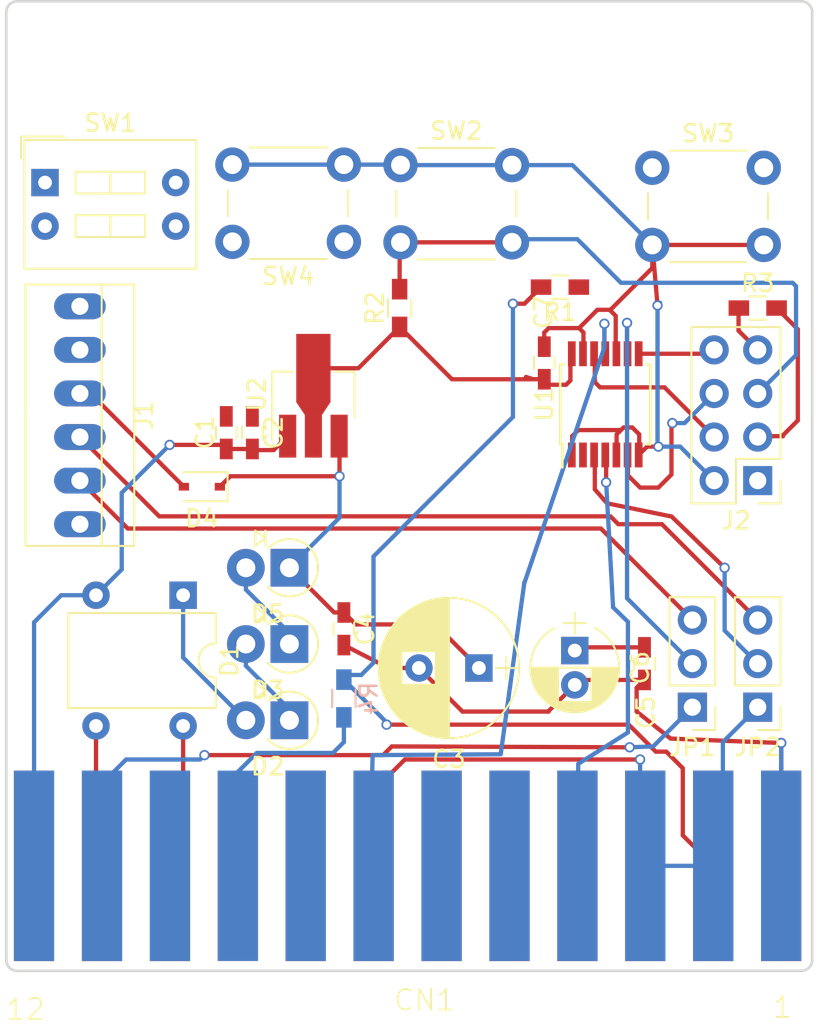
<source format=kicad_pcb>
(kicad_pcb (version 4) (host pcbnew 4.0.7)

  (general
    (links 76)
    (no_connects 20)
    (area 125.019999 54.534999 172.160001 111.200001)
    (thickness 1.6)
    (drawings 8)
    (tracks 257)
    (zones 0)
    (modules 27)
    (nets 38)
  )

  (page A4)
  (layers
    (0 F.Cu signal)
    (31 B.Cu signal)
    (32 B.Adhes user)
    (33 F.Adhes user)
    (34 B.Paste user)
    (35 F.Paste user)
    (36 B.SilkS user)
    (37 F.SilkS user)
    (38 B.Mask user)
    (39 F.Mask user)
    (40 Dwgs.User user)
    (41 Cmts.User user)
    (42 Eco1.User user)
    (43 Eco2.User user)
    (44 Edge.Cuts user)
    (45 Margin user)
    (46 B.CrtYd user)
    (47 F.CrtYd user)
    (48 B.Fab user)
    (49 F.Fab user)
  )

  (setup
    (last_trace_width 0.25)
    (trace_clearance 0.2)
    (zone_clearance 0.508)
    (zone_45_only no)
    (trace_min 0.2)
    (segment_width 0.2)
    (edge_width 0.15)
    (via_size 0.6)
    (via_drill 0.4)
    (via_min_size 0.4)
    (via_min_drill 0.3)
    (uvia_size 0.3)
    (uvia_drill 0.1)
    (uvias_allowed no)
    (uvia_min_size 0.2)
    (uvia_min_drill 0.1)
    (pcb_text_width 0.3)
    (pcb_text_size 1.5 1.5)
    (mod_edge_width 0.15)
    (mod_text_size 1 1)
    (mod_text_width 0.15)
    (pad_size 1.524 1.524)
    (pad_drill 0.762)
    (pad_to_mask_clearance 0.2)
    (aux_axis_origin 0 0)
    (visible_elements 7FFFFFFF)
    (pcbplotparams
      (layerselection 0x00030_80000001)
      (usegerberextensions false)
      (excludeedgelayer true)
      (linewidth 0.100000)
      (plotframeref false)
      (viasonmask false)
      (mode 1)
      (useauxorigin false)
      (hpglpennumber 1)
      (hpglpenspeed 20)
      (hpglpendiameter 15)
      (hpglpenoverlay 2)
      (psnegative false)
      (psa4output false)
      (plotreference true)
      (plotvalue true)
      (plotinvisibletext false)
      (padsonsilk false)
      (subtractmaskfromsilk false)
      (outputformat 1)
      (mirror false)
      (drillshape 1)
      (scaleselection 1)
      (outputdirectory ""))
  )

  (net 0 "")
  (net 1 "Net-(CN1-Pad9)")
  (net 2 "Net-(CN1-Pad8)")
  (net 3 "Net-(CN1-Pad4)")
  (net 4 "Net-(CN1-PadJ)")
  (net 5 "Net-(CN1-PadF)")
  (net 6 "Net-(CN1-PadE)")
  (net 7 GND)
  (net 8 VCC)
  (net 9 9VAC1)
  (net 10 9VAC2)
  (net 11 /C64_RX)
  (net 12 /SP2)
  (net 13 /SP1)
  (net 14 /RST#)
  (net 15 +5V)
  (net 16 /C64_TX)
  (net 17 /C64_DSR)
  (net 18 /C64_CTS)
  (net 19 /C64_DCD)
  (net 20 /C64_RTS)
  (net 21 "Net-(D1-Pad1)")
  (net 22 "Net-(J1-Pad2)")
  (net 23 FTDI_PWR)
  (net 24 /FTDI_RX)
  (net 25 /FTDI_TX)
  (net 26 "Net-(J1-Pad6)")
  (net 27 /ESP_TX)
  (net 28 "Net-(J2-Pad3)")
  (net 29 /ESP_DCD)
  (net 30 /ESP_RST#)
  (net 31 "Net-(J2-Pad6)")
  (net 32 /ESP_RX)
  (net 33 /TX)
  (net 34 /RX)
  (net 35 "Net-(C3-Pad1)")
  (net 36 "Net-(D2-Pad1)")
  (net 37 "Net-(D3-Pad1)")

  (net_class Default "This is the default net class."
    (clearance 0.2)
    (trace_width 0.25)
    (via_dia 0.6)
    (via_drill 0.4)
    (uvia_dia 0.3)
    (uvia_drill 0.1)
    (add_net +5V)
    (add_net /C64_CTS)
    (add_net /C64_DCD)
    (add_net /C64_DSR)
    (add_net /C64_RTS)
    (add_net /C64_RX)
    (add_net /C64_TX)
    (add_net /ESP_DCD)
    (add_net /ESP_RST#)
    (add_net /ESP_RX)
    (add_net /ESP_TX)
    (add_net /FTDI_RX)
    (add_net /FTDI_TX)
    (add_net /RST#)
    (add_net /RX)
    (add_net /SP1)
    (add_net /SP2)
    (add_net /TX)
    (add_net 9VAC1)
    (add_net 9VAC2)
    (add_net FTDI_PWR)
    (add_net GND)
    (add_net "Net-(C3-Pad1)")
    (add_net "Net-(CN1-Pad4)")
    (add_net "Net-(CN1-Pad8)")
    (add_net "Net-(CN1-Pad9)")
    (add_net "Net-(CN1-PadE)")
    (add_net "Net-(CN1-PadF)")
    (add_net "Net-(CN1-PadJ)")
    (add_net "Net-(D1-Pad1)")
    (add_net "Net-(D2-Pad1)")
    (add_net "Net-(D3-Pad1)")
    (add_net "Net-(J1-Pad2)")
    (add_net "Net-(J1-Pad6)")
    (add_net "Net-(J2-Pad3)")
    (add_net "Net-(J2-Pad6)")
    (add_net VCC)
  )

  (module userport:USERPORT (layer F.Cu) (tedit 5AA04F1C) (tstamp 5AC913E7)
    (at 148.5011 105.0036)
    (path /5AC91197)
    (fp_text reference CN1 (at -0.88564 8.52932) (layer F.SilkS)
      (effects (font (size 1.2065 1.2065) (thickness 0.1016)) (justify left bottom))
    )
    (fp_text value USERPORT (at 0 0) (layer F.SilkS) hide
      (effects (font (size 1.27 1.27) (thickness 0.15)))
    )
    (fp_text user 1 (at 21.85752 8.24992) (layer F.SilkS)
      (effects (font (size 1.2065 1.2065) (thickness 0.1016)))
    )
    (fp_text user 12 (at -22.28768 8.36168) (layer F.SilkS)
      (effects (font (size 1.2065 1.2065) (thickness 0.1016)))
    )
    (pad 12 connect rect (at -21.785 0) (size 2.35 11.1) (layers F.Cu F.Mask)
      (net 7 GND))
    (pad 11 connect rect (at -17.825 0) (size 2.35 11.1) (layers F.Cu F.Mask)
      (net 9 9VAC1))
    (pad 10 connect rect (at -13.865 0) (size 2.35 11.1) (layers F.Cu F.Mask)
      (net 10 9VAC2))
    (pad 9 connect rect (at -9.905 0) (size 2.35 11) (layers F.Cu F.Mask)
      (net 1 "Net-(CN1-Pad9)"))
    (pad 8 connect rect (at -5.945 0) (size 2.35 11.1) (layers F.Cu F.Mask)
      (net 2 "Net-(CN1-Pad8)"))
    (pad 7 connect rect (at -1.985 0) (size 2.35 11.1) (layers F.Cu F.Mask)
      (net 11 /C64_RX))
    (pad 6 connect rect (at 1.975 0) (size 2.35 11.1) (layers F.Cu F.Mask)
      (net 12 /SP2))
    (pad 5 connect rect (at 5.935 0) (size 2.35 11.1) (layers F.Cu F.Mask)
      (net 13 /SP1))
    (pad 4 connect rect (at 9.895 0) (size 2.35 11.1) (layers F.Cu F.Mask)
      (net 3 "Net-(CN1-Pad4)"))
    (pad 3 connect rect (at 13.855 0) (size 2.35 11.1) (layers F.Cu F.Mask)
      (net 14 /RST#))
    (pad 2 connect rect (at 17.815 0) (size 2.35 11.1) (layers F.Cu F.Mask)
      (net 15 +5V))
    (pad 1 connect rect (at 21.775 0) (size 2.35 11.1) (layers F.Cu F.Mask)
      (net 7 GND))
    (pad N connect rect (at -21.785 0) (size 2.35 11.1) (layers B.Cu B.Mask)
      (net 7 GND))
    (pad M connect rect (at -17.825 0) (size 2.35 11.1) (layers B.Cu B.Mask)
      (net 16 /C64_TX))
    (pad L connect rect (at -13.865 0) (size 2.35 11.1) (layers B.Cu B.Mask)
      (net 17 /C64_DSR))
    (pad K connect rect (at -9.905 0) (size 2.35 11.1) (layers B.Cu B.Mask)
      (net 18 /C64_CTS))
    (pad J connect rect (at -5.945 0) (size 2.35 11.1) (layers B.Cu B.Mask)
      (net 4 "Net-(CN1-PadJ)"))
    (pad H connect rect (at -1.985 0) (size 2.35 11.1) (layers B.Cu B.Mask)
      (net 19 /C64_DCD))
    (pad F connect rect (at 1.975 0) (size 2.35 11.1) (layers B.Cu B.Mask)
      (net 5 "Net-(CN1-PadF)"))
    (pad E connect rect (at 5.935 0) (size 2.35 11.1) (layers B.Cu B.Mask)
      (net 6 "Net-(CN1-PadE)"))
    (pad D connect rect (at 9.895 0) (size 2.35 11.1) (layers B.Cu B.Mask)
      (net 20 /C64_RTS))
    (pad C connect rect (at 13.855 0) (size 2.35 11.1) (layers B.Cu B.Mask)
      (net 11 /C64_RX))
    (pad B connect rect (at 17.815 0) (size 2.35 11.1) (layers B.Cu B.Mask)
      (net 11 /C64_RX))
    (pad A connect rect (at 21.775 0) (size 2.35 11.1) (layers B.Cu B.Mask)
      (net 7 GND))
  )

  (module Capacitors_SMD:C_0603_HandSoldering (layer F.Cu) (tedit 58AA848B) (tstamp 5AC93DC5)
    (at 137.922 79.756 90)
    (descr "Capacitor SMD 0603, hand soldering")
    (tags "capacitor 0603")
    (path /5AC95876)
    (attr smd)
    (fp_text reference C1 (at 0 -1.25 90) (layer F.SilkS)
      (effects (font (size 1 1) (thickness 0.15)))
    )
    (fp_text value 1uF (at 0 1.5 90) (layer F.Fab)
      (effects (font (size 1 1) (thickness 0.15)))
    )
    (fp_text user %R (at 0 -1.25 90) (layer F.Fab)
      (effects (font (size 1 1) (thickness 0.15)))
    )
    (fp_line (start -0.8 0.4) (end -0.8 -0.4) (layer F.Fab) (width 0.1))
    (fp_line (start 0.8 0.4) (end -0.8 0.4) (layer F.Fab) (width 0.1))
    (fp_line (start 0.8 -0.4) (end 0.8 0.4) (layer F.Fab) (width 0.1))
    (fp_line (start -0.8 -0.4) (end 0.8 -0.4) (layer F.Fab) (width 0.1))
    (fp_line (start -0.35 -0.6) (end 0.35 -0.6) (layer F.SilkS) (width 0.12))
    (fp_line (start 0.35 0.6) (end -0.35 0.6) (layer F.SilkS) (width 0.12))
    (fp_line (start -1.8 -0.65) (end 1.8 -0.65) (layer F.CrtYd) (width 0.05))
    (fp_line (start -1.8 -0.65) (end -1.8 0.65) (layer F.CrtYd) (width 0.05))
    (fp_line (start 1.8 0.65) (end 1.8 -0.65) (layer F.CrtYd) (width 0.05))
    (fp_line (start 1.8 0.65) (end -1.8 0.65) (layer F.CrtYd) (width 0.05))
    (pad 1 smd rect (at -0.95 0 90) (size 1.2 0.75) (layers F.Cu F.Paste F.Mask)
      (net 7 GND))
    (pad 2 smd rect (at 0.95 0 90) (size 1.2 0.75) (layers F.Cu F.Paste F.Mask)
      (net 8 VCC))
    (model Capacitors_SMD.3dshapes/C_0603.wrl
      (at (xyz 0 0 0))
      (scale (xyz 1 1 1))
      (rotate (xyz 0 0 0))
    )
  )

  (module Capacitors_SMD:C_0603_HandSoldering (layer F.Cu) (tedit 58AA848B) (tstamp 5AC93DCB)
    (at 139.446 79.756 270)
    (descr "Capacitor SMD 0603, hand soldering")
    (tags "capacitor 0603")
    (path /5AC9F51A)
    (attr smd)
    (fp_text reference C2 (at 0 -1.25 270) (layer F.SilkS)
      (effects (font (size 1 1) (thickness 0.15)))
    )
    (fp_text value 1uF (at 0 1.5 270) (layer F.Fab)
      (effects (font (size 1 1) (thickness 0.15)))
    )
    (fp_text user %R (at 0 -1.25 270) (layer F.Fab)
      (effects (font (size 1 1) (thickness 0.15)))
    )
    (fp_line (start -0.8 0.4) (end -0.8 -0.4) (layer F.Fab) (width 0.1))
    (fp_line (start 0.8 0.4) (end -0.8 0.4) (layer F.Fab) (width 0.1))
    (fp_line (start 0.8 -0.4) (end 0.8 0.4) (layer F.Fab) (width 0.1))
    (fp_line (start -0.8 -0.4) (end 0.8 -0.4) (layer F.Fab) (width 0.1))
    (fp_line (start -0.35 -0.6) (end 0.35 -0.6) (layer F.SilkS) (width 0.12))
    (fp_line (start 0.35 0.6) (end -0.35 0.6) (layer F.SilkS) (width 0.12))
    (fp_line (start -1.8 -0.65) (end 1.8 -0.65) (layer F.CrtYd) (width 0.05))
    (fp_line (start -1.8 -0.65) (end -1.8 0.65) (layer F.CrtYd) (width 0.05))
    (fp_line (start 1.8 0.65) (end 1.8 -0.65) (layer F.CrtYd) (width 0.05))
    (fp_line (start 1.8 0.65) (end -1.8 0.65) (layer F.CrtYd) (width 0.05))
    (pad 1 smd rect (at -0.95 0 270) (size 1.2 0.75) (layers F.Cu F.Paste F.Mask)
      (net 8 VCC))
    (pad 2 smd rect (at 0.95 0 270) (size 1.2 0.75) (layers F.Cu F.Paste F.Mask)
      (net 7 GND))
    (model Capacitors_SMD.3dshapes/C_0603.wrl
      (at (xyz 0 0 0))
      (scale (xyz 1 1 1))
      (rotate (xyz 0 0 0))
    )
  )

  (module Diodes_THT:Diode_Bridge_DIP-4_W7.62mm_P5.08mm (layer F.Cu) (tedit 59213888) (tstamp 5AC93DD3)
    (at 135.4074 89.2302 270)
    (descr "4-lead dip package for diode bridges, row spacing 7.62 mm (300 mils), see http://cdn-reichelt.de/documents/datenblatt/A400/HDBL101G_20SERIES-TSC.pdf")
    (tags "DIL DIP PDIP 5.08mm 7.62mm 300mil")
    (path /5ACA004D)
    (fp_text reference D1 (at 3.8 -2.7 270) (layer F.SilkS)
      (effects (font (size 1 1) (thickness 0.15)))
    )
    (fp_text value D_Bridge_+-AA (at 3.8 7.8 270) (layer F.Fab)
      (effects (font (size 1 1) (thickness 0.15)))
    )
    (fp_text user %R (at 3.81 2.54 270) (layer F.Fab)
      (effects (font (size 1 1) (thickness 0.15)))
    )
    (fp_line (start 6.58 -1.9) (end 4.81 -1.9) (layer F.SilkS) (width 0.12))
    (fp_line (start 6.58 6.7) (end 6.58 -1.9) (layer F.SilkS) (width 0.12))
    (fp_line (start 1.04 6.7) (end 6.58 6.7) (layer F.SilkS) (width 0.12))
    (fp_line (start 1.04 -1.9) (end 1.04 6.7) (layer F.SilkS) (width 0.12))
    (fp_line (start 2.81 -1.9) (end 1.04 -1.9) (layer F.SilkS) (width 0.12))
    (fp_line (start 0.635 -0.8) (end 1.635 -1.8) (layer F.Fab) (width 0.1))
    (fp_line (start 0.635 6.6) (end 0.635 -0.8) (layer F.Fab) (width 0.1))
    (fp_line (start 6.985 6.6) (end 0.635 6.6) (layer F.Fab) (width 0.1))
    (fp_line (start 6.985 -1.8) (end 6.985 6.6) (layer F.Fab) (width 0.1))
    (fp_line (start 1.635 -1.8) (end 6.985 -1.8) (layer F.Fab) (width 0.1))
    (fp_line (start -1.05 -2.05) (end 8.67 -2.05) (layer F.CrtYd) (width 0.05))
    (fp_line (start -1.05 -2.05) (end -1.05 6.85) (layer F.CrtYd) (width 0.05))
    (fp_line (start 8.67 6.85) (end 8.67 -2.05) (layer F.CrtYd) (width 0.05))
    (fp_line (start 8.67 6.85) (end -1.05 6.85) (layer F.CrtYd) (width 0.05))
    (fp_arc (start 3.81 -1.9) (end 2.81 -1.9) (angle -180) (layer F.SilkS) (width 0.12))
    (pad 4 thru_hole oval (at 7.62 0 270) (size 1.6 1.6) (drill 0.8) (layers *.Cu *.Mask)
      (net 10 9VAC2))
    (pad 2 thru_hole oval (at 0 5.08 270) (size 1.6 1.6) (drill 0.8) (layers *.Cu *.Mask)
      (net 7 GND))
    (pad 3 thru_hole oval (at 7.62 5.08 270) (size 1.6 1.6) (drill 0.8) (layers *.Cu *.Mask)
      (net 9 9VAC1))
    (pad 1 thru_hole rect (at 0 0 270) (size 1.6 1.6) (drill 0.8) (layers *.Cu *.Mask)
      (net 21 "Net-(D1-Pad1)"))
    (model ${KISYS3DMOD}/Diodes_THT.3dshapes/Diode_Bridge_DIP-4_W7.62mm_P5.08mm.wrl
      (at (xyz 0 0 0))
      (scale (xyz 1 1 1))
      (rotate (xyz 0 0 0))
    )
  )

  (module Connectors:PINHEAD1-6 (layer F.Cu) (tedit 0) (tstamp 5AC93DDD)
    (at 129.3876 72.39 270)
    (path /5AC92F2B)
    (fp_text reference J1 (at 6.35 -3.75 270) (layer F.SilkS)
      (effects (font (size 1 1) (thickness 0.15)))
    )
    (fp_text value FTDI_PORT (at 6.35 3.81 270) (layer F.Fab)
      (effects (font (size 1 1) (thickness 0.15)))
    )
    (fp_line (start 6.35 3.17) (end 13.97 3.17) (layer F.SilkS) (width 0.12))
    (fp_line (start 6.35 -1.27) (end 13.97 -1.27) (layer F.SilkS) (width 0.12))
    (fp_line (start 6.35 -3.17) (end 13.97 -3.17) (layer F.SilkS) (width 0.12))
    (fp_line (start -1.27 -3.17) (end -1.27 3.17) (layer F.SilkS) (width 0.12))
    (fp_line (start 13.97 -3.17) (end 13.97 3.17) (layer F.SilkS) (width 0.12))
    (fp_line (start 6.35 -1.27) (end -1.27 -1.27) (layer F.SilkS) (width 0.12))
    (fp_line (start -1.27 -3.17) (end 6.35 -3.17) (layer F.SilkS) (width 0.12))
    (fp_line (start 6.35 3.17) (end -1.27 3.17) (layer F.SilkS) (width 0.12))
    (fp_line (start -1.52 -3.42) (end 14.22 -3.42) (layer F.CrtYd) (width 0.05))
    (fp_line (start -1.52 -3.42) (end -1.52 3.42) (layer F.CrtYd) (width 0.05))
    (fp_line (start 14.22 3.42) (end 14.22 -3.42) (layer F.CrtYd) (width 0.05))
    (fp_line (start 14.22 3.42) (end -1.52 3.42) (layer F.CrtYd) (width 0.05))
    (pad 1 thru_hole oval (at 0 0 270) (size 1.51 3.01) (drill 1) (layers *.Cu *.Mask)
      (net 7 GND))
    (pad 2 thru_hole oval (at 2.54 0 270) (size 1.51 3.01) (drill 1) (layers *.Cu *.Mask)
      (net 22 "Net-(J1-Pad2)"))
    (pad 3 thru_hole oval (at 5.08 0 270) (size 1.51 3.01) (drill 1) (layers *.Cu *.Mask)
      (net 23 FTDI_PWR))
    (pad 4 thru_hole oval (at 7.62 0 270) (size 1.51 3.01) (drill 1) (layers *.Cu *.Mask)
      (net 24 /FTDI_RX))
    (pad 5 thru_hole oval (at 10.16 0 270) (size 1.51 3.01) (drill 1) (layers *.Cu *.Mask)
      (net 25 /FTDI_TX))
    (pad 6 thru_hole oval (at 12.7 0 270) (size 1.51 3.01) (drill 1) (layers *.Cu *.Mask)
      (net 26 "Net-(J1-Pad6)"))
  )

  (module Pin_Headers:Pin_Header_Straight_2x04_Pitch2.54mm (layer F.Cu) (tedit 59650532) (tstamp 5AC93DE9)
    (at 168.91 82.55 180)
    (descr "Through hole straight pin header, 2x04, 2.54mm pitch, double rows")
    (tags "Through hole pin header THT 2x04 2.54mm double row")
    (path /5AC94DE3)
    (fp_text reference J2 (at 1.27 -2.33 180) (layer F.SilkS)
      (effects (font (size 1 1) (thickness 0.15)))
    )
    (fp_text value ESP_01 (at 1.27 9.95 180) (layer F.Fab)
      (effects (font (size 1 1) (thickness 0.15)))
    )
    (fp_line (start 0 -1.27) (end 3.81 -1.27) (layer F.Fab) (width 0.1))
    (fp_line (start 3.81 -1.27) (end 3.81 8.89) (layer F.Fab) (width 0.1))
    (fp_line (start 3.81 8.89) (end -1.27 8.89) (layer F.Fab) (width 0.1))
    (fp_line (start -1.27 8.89) (end -1.27 0) (layer F.Fab) (width 0.1))
    (fp_line (start -1.27 0) (end 0 -1.27) (layer F.Fab) (width 0.1))
    (fp_line (start -1.33 8.95) (end 3.87 8.95) (layer F.SilkS) (width 0.12))
    (fp_line (start -1.33 1.27) (end -1.33 8.95) (layer F.SilkS) (width 0.12))
    (fp_line (start 3.87 -1.33) (end 3.87 8.95) (layer F.SilkS) (width 0.12))
    (fp_line (start -1.33 1.27) (end 1.27 1.27) (layer F.SilkS) (width 0.12))
    (fp_line (start 1.27 1.27) (end 1.27 -1.33) (layer F.SilkS) (width 0.12))
    (fp_line (start 1.27 -1.33) (end 3.87 -1.33) (layer F.SilkS) (width 0.12))
    (fp_line (start -1.33 0) (end -1.33 -1.33) (layer F.SilkS) (width 0.12))
    (fp_line (start -1.33 -1.33) (end 0 -1.33) (layer F.SilkS) (width 0.12))
    (fp_line (start -1.8 -1.8) (end -1.8 9.4) (layer F.CrtYd) (width 0.05))
    (fp_line (start -1.8 9.4) (end 4.35 9.4) (layer F.CrtYd) (width 0.05))
    (fp_line (start 4.35 9.4) (end 4.35 -1.8) (layer F.CrtYd) (width 0.05))
    (fp_line (start 4.35 -1.8) (end -1.8 -1.8) (layer F.CrtYd) (width 0.05))
    (fp_text user %R (at 1.27 3.81 270) (layer F.Fab)
      (effects (font (size 1 1) (thickness 0.15)))
    )
    (pad 1 thru_hole rect (at 0 0 180) (size 1.7 1.7) (drill 1) (layers *.Cu *.Mask)
      (net 27 /ESP_TX))
    (pad 2 thru_hole oval (at 2.54 0 180) (size 1.7 1.7) (drill 1) (layers *.Cu *.Mask)
      (net 7 GND))
    (pad 3 thru_hole oval (at 0 2.54 180) (size 1.7 1.7) (drill 1) (layers *.Cu *.Mask)
      (net 28 "Net-(J2-Pad3)"))
    (pad 4 thru_hole oval (at 2.54 2.54 180) (size 1.7 1.7) (drill 1) (layers *.Cu *.Mask)
      (net 29 /ESP_DCD))
    (pad 5 thru_hole oval (at 0 5.08 180) (size 1.7 1.7) (drill 1) (layers *.Cu *.Mask)
      (net 30 /ESP_RST#))
    (pad 6 thru_hole oval (at 2.54 5.08 180) (size 1.7 1.7) (drill 1) (layers *.Cu *.Mask)
      (net 31 "Net-(J2-Pad6)"))
    (pad 7 thru_hole oval (at 0 7.62 180) (size 1.7 1.7) (drill 1) (layers *.Cu *.Mask)
      (net 8 VCC))
    (pad 8 thru_hole oval (at 2.54 7.62 180) (size 1.7 1.7) (drill 1) (layers *.Cu *.Mask)
      (net 32 /ESP_RX))
    (model ${KISYS3DMOD}/Pin_Headers.3dshapes/Pin_Header_Straight_2x04_Pitch2.54mm.wrl
      (at (xyz 0 0 0))
      (scale (xyz 1 1 1))
      (rotate (xyz 0 0 0))
    )
  )

  (module Pin_Headers:Pin_Header_Straight_1x03_Pitch2.54mm (layer F.Cu) (tedit 59650532) (tstamp 5AC93DF0)
    (at 165.1 95.758 180)
    (descr "Through hole straight pin header, 1x03, 2.54mm pitch, single row")
    (tags "Through hole pin header THT 1x03 2.54mm single row")
    (path /5AC92C14)
    (fp_text reference JP1 (at 0 -2.33 180) (layer F.SilkS)
      (effects (font (size 1 1) (thickness 0.15)))
    )
    (fp_text value "TX Jumper" (at 0 7.41 180) (layer F.Fab)
      (effects (font (size 1 1) (thickness 0.15)))
    )
    (fp_line (start -0.635 -1.27) (end 1.27 -1.27) (layer F.Fab) (width 0.1))
    (fp_line (start 1.27 -1.27) (end 1.27 6.35) (layer F.Fab) (width 0.1))
    (fp_line (start 1.27 6.35) (end -1.27 6.35) (layer F.Fab) (width 0.1))
    (fp_line (start -1.27 6.35) (end -1.27 -0.635) (layer F.Fab) (width 0.1))
    (fp_line (start -1.27 -0.635) (end -0.635 -1.27) (layer F.Fab) (width 0.1))
    (fp_line (start -1.33 6.41) (end 1.33 6.41) (layer F.SilkS) (width 0.12))
    (fp_line (start -1.33 1.27) (end -1.33 6.41) (layer F.SilkS) (width 0.12))
    (fp_line (start 1.33 1.27) (end 1.33 6.41) (layer F.SilkS) (width 0.12))
    (fp_line (start -1.33 1.27) (end 1.33 1.27) (layer F.SilkS) (width 0.12))
    (fp_line (start -1.33 0) (end -1.33 -1.33) (layer F.SilkS) (width 0.12))
    (fp_line (start -1.33 -1.33) (end 0 -1.33) (layer F.SilkS) (width 0.12))
    (fp_line (start -1.8 -1.8) (end -1.8 6.85) (layer F.CrtYd) (width 0.05))
    (fp_line (start -1.8 6.85) (end 1.8 6.85) (layer F.CrtYd) (width 0.05))
    (fp_line (start 1.8 6.85) (end 1.8 -1.8) (layer F.CrtYd) (width 0.05))
    (fp_line (start 1.8 -1.8) (end -1.8 -1.8) (layer F.CrtYd) (width 0.05))
    (fp_text user %R (at 0 2.54 270) (layer F.Fab)
      (effects (font (size 1 1) (thickness 0.15)))
    )
    (pad 1 thru_hole rect (at 0 0 180) (size 1.7 1.7) (drill 1) (layers *.Cu *.Mask)
      (net 16 /C64_TX))
    (pad 2 thru_hole oval (at 0 2.54 180) (size 1.7 1.7) (drill 1) (layers *.Cu *.Mask)
      (net 33 /TX))
    (pad 3 thru_hole oval (at 0 5.08 180) (size 1.7 1.7) (drill 1) (layers *.Cu *.Mask)
      (net 25 /FTDI_TX))
    (model ${KISYS3DMOD}/Pin_Headers.3dshapes/Pin_Header_Straight_1x03_Pitch2.54mm.wrl
      (at (xyz 0 0 0))
      (scale (xyz 1 1 1))
      (rotate (xyz 0 0 0))
    )
  )

  (module Pin_Headers:Pin_Header_Straight_1x03_Pitch2.54mm (layer F.Cu) (tedit 59650532) (tstamp 5AC93DF7)
    (at 168.91 95.758 180)
    (descr "Through hole straight pin header, 1x03, 2.54mm pitch, single row")
    (tags "Through hole pin header THT 1x03 2.54mm single row")
    (path /5AC92C62)
    (fp_text reference JP2 (at 0 -2.33 180) (layer F.SilkS)
      (effects (font (size 1 1) (thickness 0.15)))
    )
    (fp_text value "RX Jumper" (at 0 7.41 180) (layer F.Fab)
      (effects (font (size 1 1) (thickness 0.15)))
    )
    (fp_line (start -0.635 -1.27) (end 1.27 -1.27) (layer F.Fab) (width 0.1))
    (fp_line (start 1.27 -1.27) (end 1.27 6.35) (layer F.Fab) (width 0.1))
    (fp_line (start 1.27 6.35) (end -1.27 6.35) (layer F.Fab) (width 0.1))
    (fp_line (start -1.27 6.35) (end -1.27 -0.635) (layer F.Fab) (width 0.1))
    (fp_line (start -1.27 -0.635) (end -0.635 -1.27) (layer F.Fab) (width 0.1))
    (fp_line (start -1.33 6.41) (end 1.33 6.41) (layer F.SilkS) (width 0.12))
    (fp_line (start -1.33 1.27) (end -1.33 6.41) (layer F.SilkS) (width 0.12))
    (fp_line (start 1.33 1.27) (end 1.33 6.41) (layer F.SilkS) (width 0.12))
    (fp_line (start -1.33 1.27) (end 1.33 1.27) (layer F.SilkS) (width 0.12))
    (fp_line (start -1.33 0) (end -1.33 -1.33) (layer F.SilkS) (width 0.12))
    (fp_line (start -1.33 -1.33) (end 0 -1.33) (layer F.SilkS) (width 0.12))
    (fp_line (start -1.8 -1.8) (end -1.8 6.85) (layer F.CrtYd) (width 0.05))
    (fp_line (start -1.8 6.85) (end 1.8 6.85) (layer F.CrtYd) (width 0.05))
    (fp_line (start 1.8 6.85) (end 1.8 -1.8) (layer F.CrtYd) (width 0.05))
    (fp_line (start 1.8 -1.8) (end -1.8 -1.8) (layer F.CrtYd) (width 0.05))
    (fp_text user %R (at 0 2.54 270) (layer F.Fab)
      (effects (font (size 1 1) (thickness 0.15)))
    )
    (pad 1 thru_hole rect (at 0 0 180) (size 1.7 1.7) (drill 1) (layers *.Cu *.Mask)
      (net 11 /C64_RX))
    (pad 2 thru_hole oval (at 0 2.54 180) (size 1.7 1.7) (drill 1) (layers *.Cu *.Mask)
      (net 34 /RX))
    (pad 3 thru_hole oval (at 0 5.08 180) (size 1.7 1.7) (drill 1) (layers *.Cu *.Mask)
      (net 24 /FTDI_RX))
    (model ${KISYS3DMOD}/Pin_Headers.3dshapes/Pin_Header_Straight_1x03_Pitch2.54mm.wrl
      (at (xyz 0 0 0))
      (scale (xyz 1 1 1))
      (rotate (xyz 0 0 0))
    )
  )

  (module Resistors_SMD:R_0603_HandSoldering (layer F.Cu) (tedit 58E0A804) (tstamp 5AC93DFD)
    (at 157.3784 71.2724 180)
    (descr "Resistor SMD 0603, hand soldering")
    (tags "resistor 0603")
    (path /5AC9247C)
    (attr smd)
    (fp_text reference R1 (at 0 -1.45 180) (layer F.SilkS)
      (effects (font (size 1 1) (thickness 0.15)))
    )
    (fp_text value 4.7k (at 0 1.55 180) (layer F.Fab)
      (effects (font (size 1 1) (thickness 0.15)))
    )
    (fp_text user %R (at 0 0 180) (layer F.Fab)
      (effects (font (size 0.4 0.4) (thickness 0.075)))
    )
    (fp_line (start -0.8 0.4) (end -0.8 -0.4) (layer F.Fab) (width 0.1))
    (fp_line (start 0.8 0.4) (end -0.8 0.4) (layer F.Fab) (width 0.1))
    (fp_line (start 0.8 -0.4) (end 0.8 0.4) (layer F.Fab) (width 0.1))
    (fp_line (start -0.8 -0.4) (end 0.8 -0.4) (layer F.Fab) (width 0.1))
    (fp_line (start 0.5 0.68) (end -0.5 0.68) (layer F.SilkS) (width 0.12))
    (fp_line (start -0.5 -0.68) (end 0.5 -0.68) (layer F.SilkS) (width 0.12))
    (fp_line (start -1.96 -0.7) (end 1.95 -0.7) (layer F.CrtYd) (width 0.05))
    (fp_line (start -1.96 -0.7) (end -1.96 0.7) (layer F.CrtYd) (width 0.05))
    (fp_line (start 1.95 0.7) (end 1.95 -0.7) (layer F.CrtYd) (width 0.05))
    (fp_line (start 1.95 0.7) (end -1.96 0.7) (layer F.CrtYd) (width 0.05))
    (pad 1 smd rect (at -1.1 0 180) (size 1.2 0.9) (layers F.Cu F.Paste F.Mask)
      (net 14 /RST#))
    (pad 2 smd rect (at 1.1 0 180) (size 1.2 0.9) (layers F.Cu F.Paste F.Mask)
      (net 15 +5V))
    (model ${KISYS3DMOD}/Resistors_SMD.3dshapes/R_0603.wrl
      (at (xyz 0 0 0))
      (scale (xyz 1 1 1))
      (rotate (xyz 0 0 0))
    )
  )

  (module Resistors_SMD:R_0603_HandSoldering (layer F.Cu) (tedit 58E0A804) (tstamp 5AC93E03)
    (at 148.0312 72.4916 90)
    (descr "Resistor SMD 0603, hand soldering")
    (tags "resistor 0603")
    (path /5AC96A67)
    (attr smd)
    (fp_text reference R2 (at 0 -1.45 90) (layer F.SilkS)
      (effects (font (size 1 1) (thickness 0.15)))
    )
    (fp_text value 4.7k (at 0 1.55 90) (layer F.Fab)
      (effects (font (size 1 1) (thickness 0.15)))
    )
    (fp_text user %R (at 0 0 90) (layer F.Fab)
      (effects (font (size 0.4 0.4) (thickness 0.075)))
    )
    (fp_line (start -0.8 0.4) (end -0.8 -0.4) (layer F.Fab) (width 0.1))
    (fp_line (start 0.8 0.4) (end -0.8 0.4) (layer F.Fab) (width 0.1))
    (fp_line (start 0.8 -0.4) (end 0.8 0.4) (layer F.Fab) (width 0.1))
    (fp_line (start -0.8 -0.4) (end 0.8 -0.4) (layer F.Fab) (width 0.1))
    (fp_line (start 0.5 0.68) (end -0.5 0.68) (layer F.SilkS) (width 0.12))
    (fp_line (start -0.5 -0.68) (end 0.5 -0.68) (layer F.SilkS) (width 0.12))
    (fp_line (start -1.96 -0.7) (end 1.95 -0.7) (layer F.CrtYd) (width 0.05))
    (fp_line (start -1.96 -0.7) (end -1.96 0.7) (layer F.CrtYd) (width 0.05))
    (fp_line (start 1.95 0.7) (end 1.95 -0.7) (layer F.CrtYd) (width 0.05))
    (fp_line (start 1.95 0.7) (end -1.96 0.7) (layer F.CrtYd) (width 0.05))
    (pad 1 smd rect (at -1.1 0 90) (size 1.2 0.9) (layers F.Cu F.Paste F.Mask)
      (net 8 VCC))
    (pad 2 smd rect (at 1.1 0 90) (size 1.2 0.9) (layers F.Cu F.Paste F.Mask)
      (net 30 /ESP_RST#))
    (model ${KISYS3DMOD}/Resistors_SMD.3dshapes/R_0603.wrl
      (at (xyz 0 0 0))
      (scale (xyz 1 1 1))
      (rotate (xyz 0 0 0))
    )
  )

  (module Resistors_SMD:R_0603_HandSoldering (layer F.Cu) (tedit 58E0A804) (tstamp 5AC93E09)
    (at 168.91 72.4916)
    (descr "Resistor SMD 0603, hand soldering")
    (tags "resistor 0603")
    (path /5AC94FEB)
    (attr smd)
    (fp_text reference R3 (at 0 -1.45) (layer F.SilkS)
      (effects (font (size 1 1) (thickness 0.15)))
    )
    (fp_text value 4.7k (at 0 1.55) (layer F.Fab)
      (effects (font (size 1 1) (thickness 0.15)))
    )
    (fp_text user %R (at 0 0) (layer F.Fab)
      (effects (font (size 0.4 0.4) (thickness 0.075)))
    )
    (fp_line (start -0.8 0.4) (end -0.8 -0.4) (layer F.Fab) (width 0.1))
    (fp_line (start 0.8 0.4) (end -0.8 0.4) (layer F.Fab) (width 0.1))
    (fp_line (start 0.8 -0.4) (end 0.8 0.4) (layer F.Fab) (width 0.1))
    (fp_line (start -0.8 -0.4) (end 0.8 -0.4) (layer F.Fab) (width 0.1))
    (fp_line (start 0.5 0.68) (end -0.5 0.68) (layer F.SilkS) (width 0.12))
    (fp_line (start -0.5 -0.68) (end 0.5 -0.68) (layer F.SilkS) (width 0.12))
    (fp_line (start -1.96 -0.7) (end 1.95 -0.7) (layer F.CrtYd) (width 0.05))
    (fp_line (start -1.96 -0.7) (end -1.96 0.7) (layer F.CrtYd) (width 0.05))
    (fp_line (start 1.95 0.7) (end 1.95 -0.7) (layer F.CrtYd) (width 0.05))
    (fp_line (start 1.95 0.7) (end -1.96 0.7) (layer F.CrtYd) (width 0.05))
    (pad 1 smd rect (at -1.1 0) (size 1.2 0.9) (layers F.Cu F.Paste F.Mask)
      (net 8 VCC))
    (pad 2 smd rect (at 1.1 0) (size 1.2 0.9) (layers F.Cu F.Paste F.Mask)
      (net 28 "Net-(J2-Pad3)"))
    (model ${KISYS3DMOD}/Resistors_SMD.3dshapes/R_0603.wrl
      (at (xyz 0 0 0))
      (scale (xyz 1 1 1))
      (rotate (xyz 0 0 0))
    )
  )

  (module Resistors_SMD:R_0603_HandSoldering (layer B.Cu) (tedit 58E0A804) (tstamp 5AC93E0F)
    (at 144.78 95.25 90)
    (descr "Resistor SMD 0603, hand soldering")
    (tags "resistor 0603")
    (path /5AC9E473)
    (attr smd)
    (fp_text reference R4 (at 0 1.45 90) (layer B.SilkS)
      (effects (font (size 1 1) (thickness 0.15)) (justify mirror))
    )
    (fp_text value 4.7k (at 0 -1.55 90) (layer B.Fab)
      (effects (font (size 1 1) (thickness 0.15)) (justify mirror))
    )
    (fp_text user %R (at 0 0 90) (layer B.Fab)
      (effects (font (size 0.4 0.4) (thickness 0.075)) (justify mirror))
    )
    (fp_line (start -0.8 -0.4) (end -0.8 0.4) (layer B.Fab) (width 0.1))
    (fp_line (start 0.8 -0.4) (end -0.8 -0.4) (layer B.Fab) (width 0.1))
    (fp_line (start 0.8 0.4) (end 0.8 -0.4) (layer B.Fab) (width 0.1))
    (fp_line (start -0.8 0.4) (end 0.8 0.4) (layer B.Fab) (width 0.1))
    (fp_line (start 0.5 -0.68) (end -0.5 -0.68) (layer B.SilkS) (width 0.12))
    (fp_line (start -0.5 0.68) (end 0.5 0.68) (layer B.SilkS) (width 0.12))
    (fp_line (start -1.96 0.7) (end 1.95 0.7) (layer B.CrtYd) (width 0.05))
    (fp_line (start -1.96 0.7) (end -1.96 -0.7) (layer B.CrtYd) (width 0.05))
    (fp_line (start 1.95 -0.7) (end 1.95 0.7) (layer B.CrtYd) (width 0.05))
    (fp_line (start 1.95 -0.7) (end -1.96 -0.7) (layer B.CrtYd) (width 0.05))
    (pad 1 smd rect (at -1.1 0 90) (size 1.2 0.9) (layers B.Cu B.Paste B.Mask)
      (net 18 /C64_CTS))
    (pad 2 smd rect (at 1.1 0 90) (size 1.2 0.9) (layers B.Cu B.Paste B.Mask)
      (net 15 +5V))
    (model ${KISYS3DMOD}/Resistors_SMD.3dshapes/R_0603.wrl
      (at (xyz 0 0 0))
      (scale (xyz 1 1 1))
      (rotate (xyz 0 0 0))
    )
  )

  (module Buttons_Switches_THT:SW_DIP_x2_W7.62mm_Slide (layer F.Cu) (tedit 5923F251) (tstamp 5AC93E17)
    (at 127.3556 65.1764)
    (descr "2x-dip-switch, Slide, row spacing 7.62 mm (300 mils)")
    (tags "DIP Switch Slide 7.62mm 300mil")
    (path /5AC92034)
    (fp_text reference SW1 (at 3.81 -3.48) (layer F.SilkS)
      (effects (font (size 1 1) (thickness 0.15)))
    )
    (fp_text value UP9600 (at 3.81 6.02) (layer F.Fab)
      (effects (font (size 1 1) (thickness 0.15)))
    )
    (fp_text user %R (at 3.81 1.27) (layer F.Fab)
      (effects (font (size 1 1) (thickness 0.15)))
    )
    (fp_line (start -1.4 -2.68) (end -1.4 -1.41) (layer F.SilkS) (width 0.12))
    (fp_line (start -1.4 -2.68) (end 1.14 -2.68) (layer F.SilkS) (width 0.12))
    (fp_line (start -0.08 -2.36) (end 8.7 -2.36) (layer F.Fab) (width 0.1))
    (fp_line (start 8.7 -2.36) (end 8.7 4.9) (layer F.Fab) (width 0.1))
    (fp_line (start 8.7 4.9) (end -1.08 4.9) (layer F.Fab) (width 0.1))
    (fp_line (start -1.08 4.9) (end -1.08 -1.36) (layer F.Fab) (width 0.1))
    (fp_line (start -1.08 -1.36) (end -0.08 -2.36) (layer F.Fab) (width 0.1))
    (fp_line (start 1.78 -0.635) (end 1.78 0.635) (layer F.Fab) (width 0.1))
    (fp_line (start 1.78 0.635) (end 5.84 0.635) (layer F.Fab) (width 0.1))
    (fp_line (start 5.84 0.635) (end 5.84 -0.635) (layer F.Fab) (width 0.1))
    (fp_line (start 5.84 -0.635) (end 1.78 -0.635) (layer F.Fab) (width 0.1))
    (fp_line (start 3.81 -0.635) (end 3.81 0.635) (layer F.Fab) (width 0.1))
    (fp_line (start 1.78 1.905) (end 1.78 3.175) (layer F.Fab) (width 0.1))
    (fp_line (start 1.78 3.175) (end 5.84 3.175) (layer F.Fab) (width 0.1))
    (fp_line (start 5.84 3.175) (end 5.84 1.905) (layer F.Fab) (width 0.1))
    (fp_line (start 5.84 1.905) (end 1.78 1.905) (layer F.Fab) (width 0.1))
    (fp_line (start 3.81 1.905) (end 3.81 3.175) (layer F.Fab) (width 0.1))
    (fp_line (start -1.2 -2.48) (end 8.82 -2.48) (layer F.SilkS) (width 0.12))
    (fp_line (start 8.82 -2.48) (end 8.82 5.02) (layer F.SilkS) (width 0.12))
    (fp_line (start 8.82 5.02) (end -1.2 5.02) (layer F.SilkS) (width 0.12))
    (fp_line (start -1.2 5.02) (end -1.2 -2.48) (layer F.SilkS) (width 0.12))
    (fp_line (start 1.78 -0.635) (end 1.78 0.635) (layer F.SilkS) (width 0.12))
    (fp_line (start 1.78 0.635) (end 5.84 0.635) (layer F.SilkS) (width 0.12))
    (fp_line (start 5.84 0.635) (end 5.84 -0.635) (layer F.SilkS) (width 0.12))
    (fp_line (start 5.84 -0.635) (end 1.78 -0.635) (layer F.SilkS) (width 0.12))
    (fp_line (start 3.81 -0.635) (end 3.81 0.635) (layer F.SilkS) (width 0.12))
    (fp_line (start 1.78 1.905) (end 1.78 3.175) (layer F.SilkS) (width 0.12))
    (fp_line (start 1.78 3.175) (end 5.84 3.175) (layer F.SilkS) (width 0.12))
    (fp_line (start 5.84 3.175) (end 5.84 1.905) (layer F.SilkS) (width 0.12))
    (fp_line (start 5.84 1.905) (end 1.78 1.905) (layer F.SilkS) (width 0.12))
    (fp_line (start 3.81 1.905) (end 3.81 3.175) (layer F.SilkS) (width 0.12))
    (fp_line (start -1.4 -2.7) (end -1.4 5.2) (layer F.CrtYd) (width 0.05))
    (fp_line (start -1.4 5.2) (end 9 5.2) (layer F.CrtYd) (width 0.05))
    (fp_line (start 9 5.2) (end 9 -2.7) (layer F.CrtYd) (width 0.05))
    (fp_line (start 9 -2.7) (end -1.4 -2.7) (layer F.CrtYd) (width 0.05))
    (pad 1 thru_hole rect (at 0 0) (size 1.6 1.6) (drill 0.8) (layers *.Cu *.Mask)
      (net 13 /SP1))
    (pad 3 thru_hole oval (at 7.62 2.54) (size 1.6 1.6) (drill 0.8) (layers *.Cu *.Mask)
      (net 17 /C64_DSR))
    (pad 2 thru_hole oval (at 0 2.54) (size 1.6 1.6) (drill 0.8) (layers *.Cu *.Mask)
      (net 12 /SP2))
    (pad 4 thru_hole oval (at 7.62 0) (size 1.6 1.6) (drill 0.8) (layers *.Cu *.Mask)
      (net 16 /C64_TX))
    (model ${KISYS3DMOD}/Buttons_Switches_THT.3dshapes/SW_DIP_x2_W7.62mm_Slide.wrl
      (at (xyz 0 0 0))
      (scale (xyz 1 1 1))
      (rotate (xyz 0 0 90))
    )
  )

  (module Buttons_Switches_THT:SW_PUSH_6mm (layer F.Cu) (tedit 5923F252) (tstamp 5AC93E1F)
    (at 148.082 64.1604)
    (descr https://www.omron.com/ecb/products/pdf/en-b3f.pdf)
    (tags "tact sw push 6mm")
    (path /5AC922D0)
    (fp_text reference SW2 (at 3.25 -2) (layer F.SilkS)
      (effects (font (size 1 1) (thickness 0.15)))
    )
    (fp_text value ESP_RST (at 3.75 6.7) (layer F.Fab)
      (effects (font (size 1 1) (thickness 0.15)))
    )
    (fp_text user %R (at 3.25 2.25) (layer F.Fab)
      (effects (font (size 1 1) (thickness 0.15)))
    )
    (fp_line (start 3.25 -0.75) (end 6.25 -0.75) (layer F.Fab) (width 0.1))
    (fp_line (start 6.25 -0.75) (end 6.25 5.25) (layer F.Fab) (width 0.1))
    (fp_line (start 6.25 5.25) (end 0.25 5.25) (layer F.Fab) (width 0.1))
    (fp_line (start 0.25 5.25) (end 0.25 -0.75) (layer F.Fab) (width 0.1))
    (fp_line (start 0.25 -0.75) (end 3.25 -0.75) (layer F.Fab) (width 0.1))
    (fp_line (start 7.75 6) (end 8 6) (layer F.CrtYd) (width 0.05))
    (fp_line (start 8 6) (end 8 5.75) (layer F.CrtYd) (width 0.05))
    (fp_line (start 7.75 -1.5) (end 8 -1.5) (layer F.CrtYd) (width 0.05))
    (fp_line (start 8 -1.5) (end 8 -1.25) (layer F.CrtYd) (width 0.05))
    (fp_line (start -1.5 -1.25) (end -1.5 -1.5) (layer F.CrtYd) (width 0.05))
    (fp_line (start -1.5 -1.5) (end -1.25 -1.5) (layer F.CrtYd) (width 0.05))
    (fp_line (start -1.5 5.75) (end -1.5 6) (layer F.CrtYd) (width 0.05))
    (fp_line (start -1.5 6) (end -1.25 6) (layer F.CrtYd) (width 0.05))
    (fp_line (start -1.25 -1.5) (end 7.75 -1.5) (layer F.CrtYd) (width 0.05))
    (fp_line (start -1.5 5.75) (end -1.5 -1.25) (layer F.CrtYd) (width 0.05))
    (fp_line (start 7.75 6) (end -1.25 6) (layer F.CrtYd) (width 0.05))
    (fp_line (start 8 -1.25) (end 8 5.75) (layer F.CrtYd) (width 0.05))
    (fp_line (start 1 5.5) (end 5.5 5.5) (layer F.SilkS) (width 0.12))
    (fp_line (start -0.25 1.5) (end -0.25 3) (layer F.SilkS) (width 0.12))
    (fp_line (start 5.5 -1) (end 1 -1) (layer F.SilkS) (width 0.12))
    (fp_line (start 6.75 3) (end 6.75 1.5) (layer F.SilkS) (width 0.12))
    (fp_circle (center 3.25 2.25) (end 1.25 2.5) (layer F.Fab) (width 0.1))
    (pad 2 thru_hole circle (at 0 4.5 90) (size 2 2) (drill 1.1) (layers *.Cu *.Mask)
      (net 30 /ESP_RST#))
    (pad 1 thru_hole circle (at 0 0 90) (size 2 2) (drill 1.1) (layers *.Cu *.Mask)
      (net 7 GND))
    (pad 2 thru_hole circle (at 6.5 4.5 90) (size 2 2) (drill 1.1) (layers *.Cu *.Mask)
      (net 30 /ESP_RST#))
    (pad 1 thru_hole circle (at 6.5 0 90) (size 2 2) (drill 1.1) (layers *.Cu *.Mask)
      (net 7 GND))
    (model ${KISYS3DMOD}/Buttons_Switches_THT.3dshapes/SW_PUSH_6mm.wrl
      (at (xyz 0.005 0 0))
      (scale (xyz 0.3937 0.3937 0.3937))
      (rotate (xyz 0 0 0))
    )
  )

  (module Buttons_Switches_THT:SW_PUSH_6mm (layer F.Cu) (tedit 5923F252) (tstamp 5AC93E27)
    (at 162.7632 64.3128)
    (descr https://www.omron.com/ecb/products/pdf/en-b3f.pdf)
    (tags "tact sw push 6mm")
    (path /5AC97811)
    (fp_text reference SW3 (at 3.25 -2) (layer F.SilkS)
      (effects (font (size 1 1) (thickness 0.15)))
    )
    (fp_text value C64_RST (at 3.75 6.7) (layer F.Fab)
      (effects (font (size 1 1) (thickness 0.15)))
    )
    (fp_text user %R (at 3.25 2.25) (layer F.Fab)
      (effects (font (size 1 1) (thickness 0.15)))
    )
    (fp_line (start 3.25 -0.75) (end 6.25 -0.75) (layer F.Fab) (width 0.1))
    (fp_line (start 6.25 -0.75) (end 6.25 5.25) (layer F.Fab) (width 0.1))
    (fp_line (start 6.25 5.25) (end 0.25 5.25) (layer F.Fab) (width 0.1))
    (fp_line (start 0.25 5.25) (end 0.25 -0.75) (layer F.Fab) (width 0.1))
    (fp_line (start 0.25 -0.75) (end 3.25 -0.75) (layer F.Fab) (width 0.1))
    (fp_line (start 7.75 6) (end 8 6) (layer F.CrtYd) (width 0.05))
    (fp_line (start 8 6) (end 8 5.75) (layer F.CrtYd) (width 0.05))
    (fp_line (start 7.75 -1.5) (end 8 -1.5) (layer F.CrtYd) (width 0.05))
    (fp_line (start 8 -1.5) (end 8 -1.25) (layer F.CrtYd) (width 0.05))
    (fp_line (start -1.5 -1.25) (end -1.5 -1.5) (layer F.CrtYd) (width 0.05))
    (fp_line (start -1.5 -1.5) (end -1.25 -1.5) (layer F.CrtYd) (width 0.05))
    (fp_line (start -1.5 5.75) (end -1.5 6) (layer F.CrtYd) (width 0.05))
    (fp_line (start -1.5 6) (end -1.25 6) (layer F.CrtYd) (width 0.05))
    (fp_line (start -1.25 -1.5) (end 7.75 -1.5) (layer F.CrtYd) (width 0.05))
    (fp_line (start -1.5 5.75) (end -1.5 -1.25) (layer F.CrtYd) (width 0.05))
    (fp_line (start 7.75 6) (end -1.25 6) (layer F.CrtYd) (width 0.05))
    (fp_line (start 8 -1.25) (end 8 5.75) (layer F.CrtYd) (width 0.05))
    (fp_line (start 1 5.5) (end 5.5 5.5) (layer F.SilkS) (width 0.12))
    (fp_line (start -0.25 1.5) (end -0.25 3) (layer F.SilkS) (width 0.12))
    (fp_line (start 5.5 -1) (end 1 -1) (layer F.SilkS) (width 0.12))
    (fp_line (start 6.75 3) (end 6.75 1.5) (layer F.SilkS) (width 0.12))
    (fp_circle (center 3.25 2.25) (end 1.25 2.5) (layer F.Fab) (width 0.1))
    (pad 2 thru_hole circle (at 0 4.5 90) (size 2 2) (drill 1.1) (layers *.Cu *.Mask)
      (net 7 GND))
    (pad 1 thru_hole circle (at 0 0 90) (size 2 2) (drill 1.1) (layers *.Cu *.Mask)
      (net 14 /RST#))
    (pad 2 thru_hole circle (at 6.5 4.5 90) (size 2 2) (drill 1.1) (layers *.Cu *.Mask)
      (net 7 GND))
    (pad 1 thru_hole circle (at 6.5 0 90) (size 2 2) (drill 1.1) (layers *.Cu *.Mask)
      (net 14 /RST#))
    (model ${KISYS3DMOD}/Buttons_Switches_THT.3dshapes/SW_PUSH_6mm.wrl
      (at (xyz 0.005 0 0))
      (scale (xyz 0.3937 0.3937 0.3937))
      (rotate (xyz 0 0 0))
    )
  )

  (module Buttons_Switches_THT:SW_PUSH_6mm (layer F.Cu) (tedit 5923F252) (tstamp 5AC93E2F)
    (at 144.78 68.6308 180)
    (descr https://www.omron.com/ecb/products/pdf/en-b3f.pdf)
    (tags "tact sw push 6mm")
    (path /5AC98667)
    (fp_text reference SW4 (at 3.25 -2 180) (layer F.SilkS)
      (effects (font (size 1 1) (thickness 0.15)))
    )
    (fp_text value ESP_PROG (at 3.75 6.7 180) (layer F.Fab)
      (effects (font (size 1 1) (thickness 0.15)))
    )
    (fp_text user %R (at 3.25 2.25 180) (layer F.Fab)
      (effects (font (size 1 1) (thickness 0.15)))
    )
    (fp_line (start 3.25 -0.75) (end 6.25 -0.75) (layer F.Fab) (width 0.1))
    (fp_line (start 6.25 -0.75) (end 6.25 5.25) (layer F.Fab) (width 0.1))
    (fp_line (start 6.25 5.25) (end 0.25 5.25) (layer F.Fab) (width 0.1))
    (fp_line (start 0.25 5.25) (end 0.25 -0.75) (layer F.Fab) (width 0.1))
    (fp_line (start 0.25 -0.75) (end 3.25 -0.75) (layer F.Fab) (width 0.1))
    (fp_line (start 7.75 6) (end 8 6) (layer F.CrtYd) (width 0.05))
    (fp_line (start 8 6) (end 8 5.75) (layer F.CrtYd) (width 0.05))
    (fp_line (start 7.75 -1.5) (end 8 -1.5) (layer F.CrtYd) (width 0.05))
    (fp_line (start 8 -1.5) (end 8 -1.25) (layer F.CrtYd) (width 0.05))
    (fp_line (start -1.5 -1.25) (end -1.5 -1.5) (layer F.CrtYd) (width 0.05))
    (fp_line (start -1.5 -1.5) (end -1.25 -1.5) (layer F.CrtYd) (width 0.05))
    (fp_line (start -1.5 5.75) (end -1.5 6) (layer F.CrtYd) (width 0.05))
    (fp_line (start -1.5 6) (end -1.25 6) (layer F.CrtYd) (width 0.05))
    (fp_line (start -1.25 -1.5) (end 7.75 -1.5) (layer F.CrtYd) (width 0.05))
    (fp_line (start -1.5 5.75) (end -1.5 -1.25) (layer F.CrtYd) (width 0.05))
    (fp_line (start 7.75 6) (end -1.25 6) (layer F.CrtYd) (width 0.05))
    (fp_line (start 8 -1.25) (end 8 5.75) (layer F.CrtYd) (width 0.05))
    (fp_line (start 1 5.5) (end 5.5 5.5) (layer F.SilkS) (width 0.12))
    (fp_line (start -0.25 1.5) (end -0.25 3) (layer F.SilkS) (width 0.12))
    (fp_line (start 5.5 -1) (end 1 -1) (layer F.SilkS) (width 0.12))
    (fp_line (start 6.75 3) (end 6.75 1.5) (layer F.SilkS) (width 0.12))
    (fp_circle (center 3.25 2.25) (end 1.25 2.5) (layer F.Fab) (width 0.1))
    (pad 2 thru_hole circle (at 0 4.5 270) (size 2 2) (drill 1.1) (layers *.Cu *.Mask)
      (net 7 GND))
    (pad 1 thru_hole circle (at 0 0 270) (size 2 2) (drill 1.1) (layers *.Cu *.Mask)
      (net 31 "Net-(J2-Pad6)"))
    (pad 2 thru_hole circle (at 6.5 4.5 270) (size 2 2) (drill 1.1) (layers *.Cu *.Mask)
      (net 7 GND))
    (pad 1 thru_hole circle (at 6.5 0 270) (size 2 2) (drill 1.1) (layers *.Cu *.Mask)
      (net 31 "Net-(J2-Pad6)"))
    (model ${KISYS3DMOD}/Buttons_Switches_THT.3dshapes/SW_PUSH_6mm.wrl
      (at (xyz 0.005 0 0))
      (scale (xyz 0.3937 0.3937 0.3937))
      (rotate (xyz 0 0 0))
    )
  )

  (module Housings_SSOP:TSSOP-14_4.4x5mm_Pitch0.65mm (layer F.Cu) (tedit 54130A77) (tstamp 5AC93E41)
    (at 160.02 78.105 90)
    (descr "14-Lead Plastic Thin Shrink Small Outline (ST)-4.4 mm Body [TSSOP] (see Microchip Packaging Specification 00000049BS.pdf)")
    (tags "SSOP 0.65")
    (path /5ACA1CDB)
    (attr smd)
    (fp_text reference U1 (at 0 -3.55 90) (layer F.SilkS)
      (effects (font (size 1 1) (thickness 0.15)))
    )
    (fp_text value 74LVC125 (at 0 3.55 90) (layer F.Fab)
      (effects (font (size 1 1) (thickness 0.15)))
    )
    (fp_line (start -1.2 -2.5) (end 2.2 -2.5) (layer F.Fab) (width 0.15))
    (fp_line (start 2.2 -2.5) (end 2.2 2.5) (layer F.Fab) (width 0.15))
    (fp_line (start 2.2 2.5) (end -2.2 2.5) (layer F.Fab) (width 0.15))
    (fp_line (start -2.2 2.5) (end -2.2 -1.5) (layer F.Fab) (width 0.15))
    (fp_line (start -2.2 -1.5) (end -1.2 -2.5) (layer F.Fab) (width 0.15))
    (fp_line (start -3.95 -2.8) (end -3.95 2.8) (layer F.CrtYd) (width 0.05))
    (fp_line (start 3.95 -2.8) (end 3.95 2.8) (layer F.CrtYd) (width 0.05))
    (fp_line (start -3.95 -2.8) (end 3.95 -2.8) (layer F.CrtYd) (width 0.05))
    (fp_line (start -3.95 2.8) (end 3.95 2.8) (layer F.CrtYd) (width 0.05))
    (fp_line (start -2.325 -2.625) (end -2.325 -2.5) (layer F.SilkS) (width 0.15))
    (fp_line (start 2.325 -2.625) (end 2.325 -2.4) (layer F.SilkS) (width 0.15))
    (fp_line (start 2.325 2.625) (end 2.325 2.4) (layer F.SilkS) (width 0.15))
    (fp_line (start -2.325 2.625) (end -2.325 2.4) (layer F.SilkS) (width 0.15))
    (fp_line (start -2.325 -2.625) (end 2.325 -2.625) (layer F.SilkS) (width 0.15))
    (fp_line (start -2.325 2.625) (end 2.325 2.625) (layer F.SilkS) (width 0.15))
    (fp_line (start -2.325 -2.5) (end -3.675 -2.5) (layer F.SilkS) (width 0.15))
    (fp_text user %R (at 0 0 90) (layer F.Fab)
      (effects (font (size 0.8 0.8) (thickness 0.15)))
    )
    (pad 1 smd rect (at -2.95 -1.95 90) (size 1.45 0.45) (layers F.Cu F.Paste F.Mask)
      (net 7 GND))
    (pad 2 smd rect (at -2.95 -1.3 90) (size 1.45 0.45) (layers F.Cu F.Paste F.Mask)
      (net 27 /ESP_TX))
    (pad 3 smd rect (at -2.95 -0.65 90) (size 1.45 0.45) (layers F.Cu F.Paste F.Mask)
      (net 34 /RX))
    (pad 4 smd rect (at -2.95 0 90) (size 1.45 0.45) (layers F.Cu F.Paste F.Mask)
      (net 20 /C64_RTS))
    (pad 5 smd rect (at -2.95 0.65 90) (size 1.45 0.45) (layers F.Cu F.Paste F.Mask)
      (net 7 GND))
    (pad 6 smd rect (at -2.95 1.3 90) (size 1.45 0.45) (layers F.Cu F.Paste F.Mask)
      (net 31 "Net-(J2-Pad6)"))
    (pad 7 smd rect (at -2.95 1.95 90) (size 1.45 0.45) (layers F.Cu F.Paste F.Mask)
      (net 7 GND))
    (pad 8 smd rect (at 2.95 1.95 90) (size 1.45 0.45) (layers F.Cu F.Paste F.Mask)
      (net 32 /ESP_RX))
    (pad 9 smd rect (at 2.95 1.3 90) (size 1.45 0.45) (layers F.Cu F.Paste F.Mask)
      (net 33 /TX))
    (pad 10 smd rect (at 2.95 0.65 90) (size 1.45 0.45) (layers F.Cu F.Paste F.Mask)
      (net 7 GND))
    (pad 11 smd rect (at 2.95 0 90) (size 1.45 0.45) (layers F.Cu F.Paste F.Mask)
      (net 19 /C64_DCD))
    (pad 12 smd rect (at 2.95 -0.65 90) (size 1.45 0.45) (layers F.Cu F.Paste F.Mask)
      (net 29 /ESP_DCD))
    (pad 13 smd rect (at 2.95 -1.3 90) (size 1.45 0.45) (layers F.Cu F.Paste F.Mask)
      (net 7 GND))
    (pad 14 smd rect (at 2.95 -1.95 90) (size 1.45 0.45) (layers F.Cu F.Paste F.Mask)
      (net 8 VCC))
    (model ${KISYS3DMOD}/Housings_SSOP.3dshapes/TSSOP-14_4.4x5mm_Pitch0.65mm.wrl
      (at (xyz 0 0 0))
      (scale (xyz 1 1 1))
      (rotate (xyz 0 0 0))
    )
  )

  (module Capacitors_THT:CP_Radial_D8.0mm_P3.50mm (layer F.Cu) (tedit 597BC7C2) (tstamp 5AC94E7F)
    (at 152.654 93.472 180)
    (descr "CP, Radial series, Radial, pin pitch=3.50mm, , diameter=8mm, Electrolytic Capacitor")
    (tags "CP Radial series Radial pin pitch 3.50mm  diameter 8mm Electrolytic Capacitor")
    (path /5ACA3CEA)
    (fp_text reference C3 (at 1.75 -5.31 180) (layer F.SilkS)
      (effects (font (size 1 1) (thickness 0.15)))
    )
    (fp_text value 470uF/16V (at 1.75 5.31 180) (layer F.Fab)
      (effects (font (size 1 1) (thickness 0.15)))
    )
    (fp_circle (center 1.75 0) (end 5.75 0) (layer F.Fab) (width 0.1))
    (fp_circle (center 1.75 0) (end 5.84 0) (layer F.SilkS) (width 0.12))
    (fp_line (start -2.2 0) (end -1 0) (layer F.Fab) (width 0.1))
    (fp_line (start -1.6 -0.65) (end -1.6 0.65) (layer F.Fab) (width 0.1))
    (fp_line (start 1.75 -4.05) (end 1.75 4.05) (layer F.SilkS) (width 0.12))
    (fp_line (start 1.79 -4.05) (end 1.79 4.05) (layer F.SilkS) (width 0.12))
    (fp_line (start 1.83 -4.05) (end 1.83 4.05) (layer F.SilkS) (width 0.12))
    (fp_line (start 1.87 -4.049) (end 1.87 4.049) (layer F.SilkS) (width 0.12))
    (fp_line (start 1.91 -4.047) (end 1.91 4.047) (layer F.SilkS) (width 0.12))
    (fp_line (start 1.95 -4.046) (end 1.95 4.046) (layer F.SilkS) (width 0.12))
    (fp_line (start 1.99 -4.043) (end 1.99 4.043) (layer F.SilkS) (width 0.12))
    (fp_line (start 2.03 -4.041) (end 2.03 4.041) (layer F.SilkS) (width 0.12))
    (fp_line (start 2.07 -4.038) (end 2.07 4.038) (layer F.SilkS) (width 0.12))
    (fp_line (start 2.11 -4.035) (end 2.11 4.035) (layer F.SilkS) (width 0.12))
    (fp_line (start 2.15 -4.031) (end 2.15 4.031) (layer F.SilkS) (width 0.12))
    (fp_line (start 2.19 -4.027) (end 2.19 4.027) (layer F.SilkS) (width 0.12))
    (fp_line (start 2.23 -4.022) (end 2.23 4.022) (layer F.SilkS) (width 0.12))
    (fp_line (start 2.27 -4.017) (end 2.27 4.017) (layer F.SilkS) (width 0.12))
    (fp_line (start 2.31 -4.012) (end 2.31 4.012) (layer F.SilkS) (width 0.12))
    (fp_line (start 2.35 -4.006) (end 2.35 4.006) (layer F.SilkS) (width 0.12))
    (fp_line (start 2.39 -4) (end 2.39 4) (layer F.SilkS) (width 0.12))
    (fp_line (start 2.43 -3.994) (end 2.43 3.994) (layer F.SilkS) (width 0.12))
    (fp_line (start 2.471 -3.987) (end 2.471 3.987) (layer F.SilkS) (width 0.12))
    (fp_line (start 2.511 -3.979) (end 2.511 3.979) (layer F.SilkS) (width 0.12))
    (fp_line (start 2.551 -3.971) (end 2.551 -0.98) (layer F.SilkS) (width 0.12))
    (fp_line (start 2.551 0.98) (end 2.551 3.971) (layer F.SilkS) (width 0.12))
    (fp_line (start 2.591 -3.963) (end 2.591 -0.98) (layer F.SilkS) (width 0.12))
    (fp_line (start 2.591 0.98) (end 2.591 3.963) (layer F.SilkS) (width 0.12))
    (fp_line (start 2.631 -3.955) (end 2.631 -0.98) (layer F.SilkS) (width 0.12))
    (fp_line (start 2.631 0.98) (end 2.631 3.955) (layer F.SilkS) (width 0.12))
    (fp_line (start 2.671 -3.946) (end 2.671 -0.98) (layer F.SilkS) (width 0.12))
    (fp_line (start 2.671 0.98) (end 2.671 3.946) (layer F.SilkS) (width 0.12))
    (fp_line (start 2.711 -3.936) (end 2.711 -0.98) (layer F.SilkS) (width 0.12))
    (fp_line (start 2.711 0.98) (end 2.711 3.936) (layer F.SilkS) (width 0.12))
    (fp_line (start 2.751 -3.926) (end 2.751 -0.98) (layer F.SilkS) (width 0.12))
    (fp_line (start 2.751 0.98) (end 2.751 3.926) (layer F.SilkS) (width 0.12))
    (fp_line (start 2.791 -3.916) (end 2.791 -0.98) (layer F.SilkS) (width 0.12))
    (fp_line (start 2.791 0.98) (end 2.791 3.916) (layer F.SilkS) (width 0.12))
    (fp_line (start 2.831 -3.905) (end 2.831 -0.98) (layer F.SilkS) (width 0.12))
    (fp_line (start 2.831 0.98) (end 2.831 3.905) (layer F.SilkS) (width 0.12))
    (fp_line (start 2.871 -3.894) (end 2.871 -0.98) (layer F.SilkS) (width 0.12))
    (fp_line (start 2.871 0.98) (end 2.871 3.894) (layer F.SilkS) (width 0.12))
    (fp_line (start 2.911 -3.883) (end 2.911 -0.98) (layer F.SilkS) (width 0.12))
    (fp_line (start 2.911 0.98) (end 2.911 3.883) (layer F.SilkS) (width 0.12))
    (fp_line (start 2.951 -3.87) (end 2.951 -0.98) (layer F.SilkS) (width 0.12))
    (fp_line (start 2.951 0.98) (end 2.951 3.87) (layer F.SilkS) (width 0.12))
    (fp_line (start 2.991 -3.858) (end 2.991 -0.98) (layer F.SilkS) (width 0.12))
    (fp_line (start 2.991 0.98) (end 2.991 3.858) (layer F.SilkS) (width 0.12))
    (fp_line (start 3.031 -3.845) (end 3.031 -0.98) (layer F.SilkS) (width 0.12))
    (fp_line (start 3.031 0.98) (end 3.031 3.845) (layer F.SilkS) (width 0.12))
    (fp_line (start 3.071 -3.832) (end 3.071 -0.98) (layer F.SilkS) (width 0.12))
    (fp_line (start 3.071 0.98) (end 3.071 3.832) (layer F.SilkS) (width 0.12))
    (fp_line (start 3.111 -3.818) (end 3.111 -0.98) (layer F.SilkS) (width 0.12))
    (fp_line (start 3.111 0.98) (end 3.111 3.818) (layer F.SilkS) (width 0.12))
    (fp_line (start 3.151 -3.803) (end 3.151 -0.98) (layer F.SilkS) (width 0.12))
    (fp_line (start 3.151 0.98) (end 3.151 3.803) (layer F.SilkS) (width 0.12))
    (fp_line (start 3.191 -3.789) (end 3.191 -0.98) (layer F.SilkS) (width 0.12))
    (fp_line (start 3.191 0.98) (end 3.191 3.789) (layer F.SilkS) (width 0.12))
    (fp_line (start 3.231 -3.773) (end 3.231 -0.98) (layer F.SilkS) (width 0.12))
    (fp_line (start 3.231 0.98) (end 3.231 3.773) (layer F.SilkS) (width 0.12))
    (fp_line (start 3.271 -3.758) (end 3.271 -0.98) (layer F.SilkS) (width 0.12))
    (fp_line (start 3.271 0.98) (end 3.271 3.758) (layer F.SilkS) (width 0.12))
    (fp_line (start 3.311 -3.741) (end 3.311 -0.98) (layer F.SilkS) (width 0.12))
    (fp_line (start 3.311 0.98) (end 3.311 3.741) (layer F.SilkS) (width 0.12))
    (fp_line (start 3.351 -3.725) (end 3.351 -0.98) (layer F.SilkS) (width 0.12))
    (fp_line (start 3.351 0.98) (end 3.351 3.725) (layer F.SilkS) (width 0.12))
    (fp_line (start 3.391 -3.707) (end 3.391 -0.98) (layer F.SilkS) (width 0.12))
    (fp_line (start 3.391 0.98) (end 3.391 3.707) (layer F.SilkS) (width 0.12))
    (fp_line (start 3.431 -3.69) (end 3.431 -0.98) (layer F.SilkS) (width 0.12))
    (fp_line (start 3.431 0.98) (end 3.431 3.69) (layer F.SilkS) (width 0.12))
    (fp_line (start 3.471 -3.671) (end 3.471 -0.98) (layer F.SilkS) (width 0.12))
    (fp_line (start 3.471 0.98) (end 3.471 3.671) (layer F.SilkS) (width 0.12))
    (fp_line (start 3.511 -3.652) (end 3.511 -0.98) (layer F.SilkS) (width 0.12))
    (fp_line (start 3.511 0.98) (end 3.511 3.652) (layer F.SilkS) (width 0.12))
    (fp_line (start 3.551 -3.633) (end 3.551 -0.98) (layer F.SilkS) (width 0.12))
    (fp_line (start 3.551 0.98) (end 3.551 3.633) (layer F.SilkS) (width 0.12))
    (fp_line (start 3.591 -3.613) (end 3.591 -0.98) (layer F.SilkS) (width 0.12))
    (fp_line (start 3.591 0.98) (end 3.591 3.613) (layer F.SilkS) (width 0.12))
    (fp_line (start 3.631 -3.593) (end 3.631 -0.98) (layer F.SilkS) (width 0.12))
    (fp_line (start 3.631 0.98) (end 3.631 3.593) (layer F.SilkS) (width 0.12))
    (fp_line (start 3.671 -3.572) (end 3.671 -0.98) (layer F.SilkS) (width 0.12))
    (fp_line (start 3.671 0.98) (end 3.671 3.572) (layer F.SilkS) (width 0.12))
    (fp_line (start 3.711 -3.55) (end 3.711 -0.98) (layer F.SilkS) (width 0.12))
    (fp_line (start 3.711 0.98) (end 3.711 3.55) (layer F.SilkS) (width 0.12))
    (fp_line (start 3.751 -3.528) (end 3.751 -0.98) (layer F.SilkS) (width 0.12))
    (fp_line (start 3.751 0.98) (end 3.751 3.528) (layer F.SilkS) (width 0.12))
    (fp_line (start 3.791 -3.505) (end 3.791 -0.98) (layer F.SilkS) (width 0.12))
    (fp_line (start 3.791 0.98) (end 3.791 3.505) (layer F.SilkS) (width 0.12))
    (fp_line (start 3.831 -3.482) (end 3.831 -0.98) (layer F.SilkS) (width 0.12))
    (fp_line (start 3.831 0.98) (end 3.831 3.482) (layer F.SilkS) (width 0.12))
    (fp_line (start 3.871 -3.458) (end 3.871 -0.98) (layer F.SilkS) (width 0.12))
    (fp_line (start 3.871 0.98) (end 3.871 3.458) (layer F.SilkS) (width 0.12))
    (fp_line (start 3.911 -3.434) (end 3.911 -0.98) (layer F.SilkS) (width 0.12))
    (fp_line (start 3.911 0.98) (end 3.911 3.434) (layer F.SilkS) (width 0.12))
    (fp_line (start 3.951 -3.408) (end 3.951 -0.98) (layer F.SilkS) (width 0.12))
    (fp_line (start 3.951 0.98) (end 3.951 3.408) (layer F.SilkS) (width 0.12))
    (fp_line (start 3.991 -3.383) (end 3.991 -0.98) (layer F.SilkS) (width 0.12))
    (fp_line (start 3.991 0.98) (end 3.991 3.383) (layer F.SilkS) (width 0.12))
    (fp_line (start 4.031 -3.356) (end 4.031 -0.98) (layer F.SilkS) (width 0.12))
    (fp_line (start 4.031 0.98) (end 4.031 3.356) (layer F.SilkS) (width 0.12))
    (fp_line (start 4.071 -3.329) (end 4.071 -0.98) (layer F.SilkS) (width 0.12))
    (fp_line (start 4.071 0.98) (end 4.071 3.329) (layer F.SilkS) (width 0.12))
    (fp_line (start 4.111 -3.301) (end 4.111 -0.98) (layer F.SilkS) (width 0.12))
    (fp_line (start 4.111 0.98) (end 4.111 3.301) (layer F.SilkS) (width 0.12))
    (fp_line (start 4.151 -3.272) (end 4.151 -0.98) (layer F.SilkS) (width 0.12))
    (fp_line (start 4.151 0.98) (end 4.151 3.272) (layer F.SilkS) (width 0.12))
    (fp_line (start 4.191 -3.243) (end 4.191 -0.98) (layer F.SilkS) (width 0.12))
    (fp_line (start 4.191 0.98) (end 4.191 3.243) (layer F.SilkS) (width 0.12))
    (fp_line (start 4.231 -3.213) (end 4.231 -0.98) (layer F.SilkS) (width 0.12))
    (fp_line (start 4.231 0.98) (end 4.231 3.213) (layer F.SilkS) (width 0.12))
    (fp_line (start 4.271 -3.182) (end 4.271 -0.98) (layer F.SilkS) (width 0.12))
    (fp_line (start 4.271 0.98) (end 4.271 3.182) (layer F.SilkS) (width 0.12))
    (fp_line (start 4.311 -3.15) (end 4.311 -0.98) (layer F.SilkS) (width 0.12))
    (fp_line (start 4.311 0.98) (end 4.311 3.15) (layer F.SilkS) (width 0.12))
    (fp_line (start 4.351 -3.118) (end 4.351 -0.98) (layer F.SilkS) (width 0.12))
    (fp_line (start 4.351 0.98) (end 4.351 3.118) (layer F.SilkS) (width 0.12))
    (fp_line (start 4.391 -3.084) (end 4.391 -0.98) (layer F.SilkS) (width 0.12))
    (fp_line (start 4.391 0.98) (end 4.391 3.084) (layer F.SilkS) (width 0.12))
    (fp_line (start 4.431 -3.05) (end 4.431 -0.98) (layer F.SilkS) (width 0.12))
    (fp_line (start 4.431 0.98) (end 4.431 3.05) (layer F.SilkS) (width 0.12))
    (fp_line (start 4.471 -3.015) (end 4.471 -0.98) (layer F.SilkS) (width 0.12))
    (fp_line (start 4.471 0.98) (end 4.471 3.015) (layer F.SilkS) (width 0.12))
    (fp_line (start 4.511 -2.979) (end 4.511 2.979) (layer F.SilkS) (width 0.12))
    (fp_line (start 4.551 -2.942) (end 4.551 2.942) (layer F.SilkS) (width 0.12))
    (fp_line (start 4.591 -2.904) (end 4.591 2.904) (layer F.SilkS) (width 0.12))
    (fp_line (start 4.631 -2.865) (end 4.631 2.865) (layer F.SilkS) (width 0.12))
    (fp_line (start 4.671 -2.824) (end 4.671 2.824) (layer F.SilkS) (width 0.12))
    (fp_line (start 4.711 -2.783) (end 4.711 2.783) (layer F.SilkS) (width 0.12))
    (fp_line (start 4.751 -2.74) (end 4.751 2.74) (layer F.SilkS) (width 0.12))
    (fp_line (start 4.791 -2.697) (end 4.791 2.697) (layer F.SilkS) (width 0.12))
    (fp_line (start 4.831 -2.652) (end 4.831 2.652) (layer F.SilkS) (width 0.12))
    (fp_line (start 4.871 -2.605) (end 4.871 2.605) (layer F.SilkS) (width 0.12))
    (fp_line (start 4.911 -2.557) (end 4.911 2.557) (layer F.SilkS) (width 0.12))
    (fp_line (start 4.951 -2.508) (end 4.951 2.508) (layer F.SilkS) (width 0.12))
    (fp_line (start 4.991 -2.457) (end 4.991 2.457) (layer F.SilkS) (width 0.12))
    (fp_line (start 5.031 -2.404) (end 5.031 2.404) (layer F.SilkS) (width 0.12))
    (fp_line (start 5.071 -2.349) (end 5.071 2.349) (layer F.SilkS) (width 0.12))
    (fp_line (start 5.111 -2.293) (end 5.111 2.293) (layer F.SilkS) (width 0.12))
    (fp_line (start 5.151 -2.234) (end 5.151 2.234) (layer F.SilkS) (width 0.12))
    (fp_line (start 5.191 -2.173) (end 5.191 2.173) (layer F.SilkS) (width 0.12))
    (fp_line (start 5.231 -2.109) (end 5.231 2.109) (layer F.SilkS) (width 0.12))
    (fp_line (start 5.271 -2.043) (end 5.271 2.043) (layer F.SilkS) (width 0.12))
    (fp_line (start 5.311 -1.974) (end 5.311 1.974) (layer F.SilkS) (width 0.12))
    (fp_line (start 5.351 -1.902) (end 5.351 1.902) (layer F.SilkS) (width 0.12))
    (fp_line (start 5.391 -1.826) (end 5.391 1.826) (layer F.SilkS) (width 0.12))
    (fp_line (start 5.431 -1.745) (end 5.431 1.745) (layer F.SilkS) (width 0.12))
    (fp_line (start 5.471 -1.66) (end 5.471 1.66) (layer F.SilkS) (width 0.12))
    (fp_line (start 5.511 -1.57) (end 5.511 1.57) (layer F.SilkS) (width 0.12))
    (fp_line (start 5.551 -1.473) (end 5.551 1.473) (layer F.SilkS) (width 0.12))
    (fp_line (start 5.591 -1.369) (end 5.591 1.369) (layer F.SilkS) (width 0.12))
    (fp_line (start 5.631 -1.254) (end 5.631 1.254) (layer F.SilkS) (width 0.12))
    (fp_line (start 5.671 -1.127) (end 5.671 1.127) (layer F.SilkS) (width 0.12))
    (fp_line (start 5.711 -0.983) (end 5.711 0.983) (layer F.SilkS) (width 0.12))
    (fp_line (start 5.751 -0.814) (end 5.751 0.814) (layer F.SilkS) (width 0.12))
    (fp_line (start 5.791 -0.598) (end 5.791 0.598) (layer F.SilkS) (width 0.12))
    (fp_line (start 5.831 -0.246) (end 5.831 0.246) (layer F.SilkS) (width 0.12))
    (fp_line (start -2.2 0) (end -1 0) (layer F.SilkS) (width 0.12))
    (fp_line (start -1.6 -0.65) (end -1.6 0.65) (layer F.SilkS) (width 0.12))
    (fp_line (start -2.6 -4.35) (end -2.6 4.35) (layer F.CrtYd) (width 0.05))
    (fp_line (start -2.6 4.35) (end 6.1 4.35) (layer F.CrtYd) (width 0.05))
    (fp_line (start 6.1 4.35) (end 6.1 -4.35) (layer F.CrtYd) (width 0.05))
    (fp_line (start 6.1 -4.35) (end -2.6 -4.35) (layer F.CrtYd) (width 0.05))
    (fp_text user %R (at 1.75 0 180) (layer F.Fab)
      (effects (font (size 1 1) (thickness 0.15)))
    )
    (pad 1 thru_hole rect (at 0 0 180) (size 1.6 1.6) (drill 0.8) (layers *.Cu *.Mask)
      (net 35 "Net-(C3-Pad1)"))
    (pad 2 thru_hole circle (at 3.5 0 180) (size 1.6 1.6) (drill 0.8) (layers *.Cu *.Mask)
      (net 7 GND))
    (model ${KISYS3DMOD}/Capacitors_THT.3dshapes/CP_Radial_D8.0mm_P3.50mm.wrl
      (at (xyz 0 0 0))
      (scale (xyz 1 1 1))
      (rotate (xyz 0 0 0))
    )
  )

  (module Capacitors_SMD:C_0603_HandSoldering (layer F.Cu) (tedit 58AA848B) (tstamp 5AC94E85)
    (at 144.78 91.186 270)
    (descr "Capacitor SMD 0603, hand soldering")
    (tags "capacitor 0603")
    (path /5ACA3F43)
    (attr smd)
    (fp_text reference C4 (at 0 -1.25 270) (layer F.SilkS)
      (effects (font (size 1 1) (thickness 0.15)))
    )
    (fp_text value 0.1uF (at 0 1.5 270) (layer F.Fab)
      (effects (font (size 1 1) (thickness 0.15)))
    )
    (fp_text user %R (at 0 -1.25 270) (layer F.Fab)
      (effects (font (size 1 1) (thickness 0.15)))
    )
    (fp_line (start -0.8 0.4) (end -0.8 -0.4) (layer F.Fab) (width 0.1))
    (fp_line (start 0.8 0.4) (end -0.8 0.4) (layer F.Fab) (width 0.1))
    (fp_line (start 0.8 -0.4) (end 0.8 0.4) (layer F.Fab) (width 0.1))
    (fp_line (start -0.8 -0.4) (end 0.8 -0.4) (layer F.Fab) (width 0.1))
    (fp_line (start -0.35 -0.6) (end 0.35 -0.6) (layer F.SilkS) (width 0.12))
    (fp_line (start 0.35 0.6) (end -0.35 0.6) (layer F.SilkS) (width 0.12))
    (fp_line (start -1.8 -0.65) (end 1.8 -0.65) (layer F.CrtYd) (width 0.05))
    (fp_line (start -1.8 -0.65) (end -1.8 0.65) (layer F.CrtYd) (width 0.05))
    (fp_line (start 1.8 0.65) (end 1.8 -0.65) (layer F.CrtYd) (width 0.05))
    (fp_line (start 1.8 0.65) (end -1.8 0.65) (layer F.CrtYd) (width 0.05))
    (pad 1 smd rect (at -0.95 0 270) (size 1.2 0.75) (layers F.Cu F.Paste F.Mask)
      (net 35 "Net-(C3-Pad1)"))
    (pad 2 smd rect (at 0.95 0 270) (size 1.2 0.75) (layers F.Cu F.Paste F.Mask)
      (net 7 GND))
    (model Capacitors_SMD.3dshapes/C_0603.wrl
      (at (xyz 0 0 0))
      (scale (xyz 1 1 1))
      (rotate (xyz 0 0 0))
    )
  )

  (module Capacitors_SMD:C_0603_HandSoldering (layer F.Cu) (tedit 5AC94F9C) (tstamp 5AC94E8B)
    (at 162.306 93.218 270)
    (descr "Capacitor SMD 0603, hand soldering")
    (tags "capacitor 0603")
    (path /5ACA5B3C)
    (attr smd)
    (fp_text reference C5 (at 2.8448 -0.0762 270) (layer F.SilkS)
      (effects (font (size 1 1) (thickness 0.15)))
    )
    (fp_text value 0.1uF (at 0 1.5 270) (layer F.Fab)
      (effects (font (size 1 1) (thickness 0.15)))
    )
    (fp_text user %R (at 0 -1.25 270) (layer F.Fab)
      (effects (font (size 1 1) (thickness 0.15)))
    )
    (fp_line (start -0.8 0.4) (end -0.8 -0.4) (layer F.Fab) (width 0.1))
    (fp_line (start 0.8 0.4) (end -0.8 0.4) (layer F.Fab) (width 0.1))
    (fp_line (start 0.8 -0.4) (end 0.8 0.4) (layer F.Fab) (width 0.1))
    (fp_line (start -0.8 -0.4) (end 0.8 -0.4) (layer F.Fab) (width 0.1))
    (fp_line (start -0.35 -0.6) (end 0.35 -0.6) (layer F.SilkS) (width 0.12))
    (fp_line (start 0.35 0.6) (end -0.35 0.6) (layer F.SilkS) (width 0.12))
    (fp_line (start -1.8 -0.65) (end 1.8 -0.65) (layer F.CrtYd) (width 0.05))
    (fp_line (start -1.8 -0.65) (end -1.8 0.65) (layer F.CrtYd) (width 0.05))
    (fp_line (start 1.8 0.65) (end 1.8 -0.65) (layer F.CrtYd) (width 0.05))
    (fp_line (start 1.8 0.65) (end -1.8 0.65) (layer F.CrtYd) (width 0.05))
    (pad 1 smd rect (at -0.95 0 270) (size 1.2 0.75) (layers F.Cu F.Paste F.Mask)
      (net 8 VCC))
    (pad 2 smd rect (at 0.95 0 270) (size 1.2 0.75) (layers F.Cu F.Paste F.Mask)
      (net 7 GND))
    (model Capacitors_SMD.3dshapes/C_0603.wrl
      (at (xyz 0 0 0))
      (scale (xyz 1 1 1))
      (rotate (xyz 0 0 0))
    )
  )

  (module Capacitors_THT:CP_Radial_D5.0mm_P2.00mm (layer F.Cu) (tedit 597BC7C2) (tstamp 5AC94E91)
    (at 158.242 92.456 270)
    (descr "CP, Radial series, Radial, pin pitch=2.00mm, , diameter=5mm, Electrolytic Capacitor")
    (tags "CP Radial series Radial pin pitch 2.00mm  diameter 5mm Electrolytic Capacitor")
    (path /5ACA5D07)
    (fp_text reference C6 (at 1 -3.81 270) (layer F.SilkS)
      (effects (font (size 1 1) (thickness 0.15)))
    )
    (fp_text value 22uF/10V (at 1 3.81 270) (layer F.Fab)
      (effects (font (size 1 1) (thickness 0.15)))
    )
    (fp_arc (start 1 0) (end -1.30558 -1.18) (angle 125.8) (layer F.SilkS) (width 0.12))
    (fp_arc (start 1 0) (end -1.30558 1.18) (angle -125.8) (layer F.SilkS) (width 0.12))
    (fp_arc (start 1 0) (end 3.30558 -1.18) (angle 54.2) (layer F.SilkS) (width 0.12))
    (fp_circle (center 1 0) (end 3.5 0) (layer F.Fab) (width 0.1))
    (fp_line (start -2.2 0) (end -1 0) (layer F.Fab) (width 0.1))
    (fp_line (start -1.6 -0.65) (end -1.6 0.65) (layer F.Fab) (width 0.1))
    (fp_line (start 1 -2.55) (end 1 2.55) (layer F.SilkS) (width 0.12))
    (fp_line (start 1.04 -2.55) (end 1.04 -0.98) (layer F.SilkS) (width 0.12))
    (fp_line (start 1.04 0.98) (end 1.04 2.55) (layer F.SilkS) (width 0.12))
    (fp_line (start 1.08 -2.549) (end 1.08 -0.98) (layer F.SilkS) (width 0.12))
    (fp_line (start 1.08 0.98) (end 1.08 2.549) (layer F.SilkS) (width 0.12))
    (fp_line (start 1.12 -2.548) (end 1.12 -0.98) (layer F.SilkS) (width 0.12))
    (fp_line (start 1.12 0.98) (end 1.12 2.548) (layer F.SilkS) (width 0.12))
    (fp_line (start 1.16 -2.546) (end 1.16 -0.98) (layer F.SilkS) (width 0.12))
    (fp_line (start 1.16 0.98) (end 1.16 2.546) (layer F.SilkS) (width 0.12))
    (fp_line (start 1.2 -2.543) (end 1.2 -0.98) (layer F.SilkS) (width 0.12))
    (fp_line (start 1.2 0.98) (end 1.2 2.543) (layer F.SilkS) (width 0.12))
    (fp_line (start 1.24 -2.539) (end 1.24 -0.98) (layer F.SilkS) (width 0.12))
    (fp_line (start 1.24 0.98) (end 1.24 2.539) (layer F.SilkS) (width 0.12))
    (fp_line (start 1.28 -2.535) (end 1.28 -0.98) (layer F.SilkS) (width 0.12))
    (fp_line (start 1.28 0.98) (end 1.28 2.535) (layer F.SilkS) (width 0.12))
    (fp_line (start 1.32 -2.531) (end 1.32 -0.98) (layer F.SilkS) (width 0.12))
    (fp_line (start 1.32 0.98) (end 1.32 2.531) (layer F.SilkS) (width 0.12))
    (fp_line (start 1.36 -2.525) (end 1.36 -0.98) (layer F.SilkS) (width 0.12))
    (fp_line (start 1.36 0.98) (end 1.36 2.525) (layer F.SilkS) (width 0.12))
    (fp_line (start 1.4 -2.519) (end 1.4 -0.98) (layer F.SilkS) (width 0.12))
    (fp_line (start 1.4 0.98) (end 1.4 2.519) (layer F.SilkS) (width 0.12))
    (fp_line (start 1.44 -2.513) (end 1.44 -0.98) (layer F.SilkS) (width 0.12))
    (fp_line (start 1.44 0.98) (end 1.44 2.513) (layer F.SilkS) (width 0.12))
    (fp_line (start 1.48 -2.506) (end 1.48 -0.98) (layer F.SilkS) (width 0.12))
    (fp_line (start 1.48 0.98) (end 1.48 2.506) (layer F.SilkS) (width 0.12))
    (fp_line (start 1.52 -2.498) (end 1.52 -0.98) (layer F.SilkS) (width 0.12))
    (fp_line (start 1.52 0.98) (end 1.52 2.498) (layer F.SilkS) (width 0.12))
    (fp_line (start 1.56 -2.489) (end 1.56 -0.98) (layer F.SilkS) (width 0.12))
    (fp_line (start 1.56 0.98) (end 1.56 2.489) (layer F.SilkS) (width 0.12))
    (fp_line (start 1.6 -2.48) (end 1.6 -0.98) (layer F.SilkS) (width 0.12))
    (fp_line (start 1.6 0.98) (end 1.6 2.48) (layer F.SilkS) (width 0.12))
    (fp_line (start 1.64 -2.47) (end 1.64 -0.98) (layer F.SilkS) (width 0.12))
    (fp_line (start 1.64 0.98) (end 1.64 2.47) (layer F.SilkS) (width 0.12))
    (fp_line (start 1.68 -2.46) (end 1.68 -0.98) (layer F.SilkS) (width 0.12))
    (fp_line (start 1.68 0.98) (end 1.68 2.46) (layer F.SilkS) (width 0.12))
    (fp_line (start 1.721 -2.448) (end 1.721 -0.98) (layer F.SilkS) (width 0.12))
    (fp_line (start 1.721 0.98) (end 1.721 2.448) (layer F.SilkS) (width 0.12))
    (fp_line (start 1.761 -2.436) (end 1.761 -0.98) (layer F.SilkS) (width 0.12))
    (fp_line (start 1.761 0.98) (end 1.761 2.436) (layer F.SilkS) (width 0.12))
    (fp_line (start 1.801 -2.424) (end 1.801 -0.98) (layer F.SilkS) (width 0.12))
    (fp_line (start 1.801 0.98) (end 1.801 2.424) (layer F.SilkS) (width 0.12))
    (fp_line (start 1.841 -2.41) (end 1.841 -0.98) (layer F.SilkS) (width 0.12))
    (fp_line (start 1.841 0.98) (end 1.841 2.41) (layer F.SilkS) (width 0.12))
    (fp_line (start 1.881 -2.396) (end 1.881 -0.98) (layer F.SilkS) (width 0.12))
    (fp_line (start 1.881 0.98) (end 1.881 2.396) (layer F.SilkS) (width 0.12))
    (fp_line (start 1.921 -2.382) (end 1.921 -0.98) (layer F.SilkS) (width 0.12))
    (fp_line (start 1.921 0.98) (end 1.921 2.382) (layer F.SilkS) (width 0.12))
    (fp_line (start 1.961 -2.366) (end 1.961 -0.98) (layer F.SilkS) (width 0.12))
    (fp_line (start 1.961 0.98) (end 1.961 2.366) (layer F.SilkS) (width 0.12))
    (fp_line (start 2.001 -2.35) (end 2.001 -0.98) (layer F.SilkS) (width 0.12))
    (fp_line (start 2.001 0.98) (end 2.001 2.35) (layer F.SilkS) (width 0.12))
    (fp_line (start 2.041 -2.333) (end 2.041 -0.98) (layer F.SilkS) (width 0.12))
    (fp_line (start 2.041 0.98) (end 2.041 2.333) (layer F.SilkS) (width 0.12))
    (fp_line (start 2.081 -2.315) (end 2.081 -0.98) (layer F.SilkS) (width 0.12))
    (fp_line (start 2.081 0.98) (end 2.081 2.315) (layer F.SilkS) (width 0.12))
    (fp_line (start 2.121 -2.296) (end 2.121 -0.98) (layer F.SilkS) (width 0.12))
    (fp_line (start 2.121 0.98) (end 2.121 2.296) (layer F.SilkS) (width 0.12))
    (fp_line (start 2.161 -2.276) (end 2.161 -0.98) (layer F.SilkS) (width 0.12))
    (fp_line (start 2.161 0.98) (end 2.161 2.276) (layer F.SilkS) (width 0.12))
    (fp_line (start 2.201 -2.256) (end 2.201 -0.98) (layer F.SilkS) (width 0.12))
    (fp_line (start 2.201 0.98) (end 2.201 2.256) (layer F.SilkS) (width 0.12))
    (fp_line (start 2.241 -2.234) (end 2.241 -0.98) (layer F.SilkS) (width 0.12))
    (fp_line (start 2.241 0.98) (end 2.241 2.234) (layer F.SilkS) (width 0.12))
    (fp_line (start 2.281 -2.212) (end 2.281 -0.98) (layer F.SilkS) (width 0.12))
    (fp_line (start 2.281 0.98) (end 2.281 2.212) (layer F.SilkS) (width 0.12))
    (fp_line (start 2.321 -2.189) (end 2.321 -0.98) (layer F.SilkS) (width 0.12))
    (fp_line (start 2.321 0.98) (end 2.321 2.189) (layer F.SilkS) (width 0.12))
    (fp_line (start 2.361 -2.165) (end 2.361 -0.98) (layer F.SilkS) (width 0.12))
    (fp_line (start 2.361 0.98) (end 2.361 2.165) (layer F.SilkS) (width 0.12))
    (fp_line (start 2.401 -2.14) (end 2.401 -0.98) (layer F.SilkS) (width 0.12))
    (fp_line (start 2.401 0.98) (end 2.401 2.14) (layer F.SilkS) (width 0.12))
    (fp_line (start 2.441 -2.113) (end 2.441 -0.98) (layer F.SilkS) (width 0.12))
    (fp_line (start 2.441 0.98) (end 2.441 2.113) (layer F.SilkS) (width 0.12))
    (fp_line (start 2.481 -2.086) (end 2.481 -0.98) (layer F.SilkS) (width 0.12))
    (fp_line (start 2.481 0.98) (end 2.481 2.086) (layer F.SilkS) (width 0.12))
    (fp_line (start 2.521 -2.058) (end 2.521 -0.98) (layer F.SilkS) (width 0.12))
    (fp_line (start 2.521 0.98) (end 2.521 2.058) (layer F.SilkS) (width 0.12))
    (fp_line (start 2.561 -2.028) (end 2.561 -0.98) (layer F.SilkS) (width 0.12))
    (fp_line (start 2.561 0.98) (end 2.561 2.028) (layer F.SilkS) (width 0.12))
    (fp_line (start 2.601 -1.997) (end 2.601 -0.98) (layer F.SilkS) (width 0.12))
    (fp_line (start 2.601 0.98) (end 2.601 1.997) (layer F.SilkS) (width 0.12))
    (fp_line (start 2.641 -1.965) (end 2.641 -0.98) (layer F.SilkS) (width 0.12))
    (fp_line (start 2.641 0.98) (end 2.641 1.965) (layer F.SilkS) (width 0.12))
    (fp_line (start 2.681 -1.932) (end 2.681 -0.98) (layer F.SilkS) (width 0.12))
    (fp_line (start 2.681 0.98) (end 2.681 1.932) (layer F.SilkS) (width 0.12))
    (fp_line (start 2.721 -1.897) (end 2.721 -0.98) (layer F.SilkS) (width 0.12))
    (fp_line (start 2.721 0.98) (end 2.721 1.897) (layer F.SilkS) (width 0.12))
    (fp_line (start 2.761 -1.861) (end 2.761 -0.98) (layer F.SilkS) (width 0.12))
    (fp_line (start 2.761 0.98) (end 2.761 1.861) (layer F.SilkS) (width 0.12))
    (fp_line (start 2.801 -1.823) (end 2.801 -0.98) (layer F.SilkS) (width 0.12))
    (fp_line (start 2.801 0.98) (end 2.801 1.823) (layer F.SilkS) (width 0.12))
    (fp_line (start 2.841 -1.783) (end 2.841 -0.98) (layer F.SilkS) (width 0.12))
    (fp_line (start 2.841 0.98) (end 2.841 1.783) (layer F.SilkS) (width 0.12))
    (fp_line (start 2.881 -1.742) (end 2.881 -0.98) (layer F.SilkS) (width 0.12))
    (fp_line (start 2.881 0.98) (end 2.881 1.742) (layer F.SilkS) (width 0.12))
    (fp_line (start 2.921 -1.699) (end 2.921 -0.98) (layer F.SilkS) (width 0.12))
    (fp_line (start 2.921 0.98) (end 2.921 1.699) (layer F.SilkS) (width 0.12))
    (fp_line (start 2.961 -1.654) (end 2.961 -0.98) (layer F.SilkS) (width 0.12))
    (fp_line (start 2.961 0.98) (end 2.961 1.654) (layer F.SilkS) (width 0.12))
    (fp_line (start 3.001 -1.606) (end 3.001 1.606) (layer F.SilkS) (width 0.12))
    (fp_line (start 3.041 -1.556) (end 3.041 1.556) (layer F.SilkS) (width 0.12))
    (fp_line (start 3.081 -1.504) (end 3.081 1.504) (layer F.SilkS) (width 0.12))
    (fp_line (start 3.121 -1.448) (end 3.121 1.448) (layer F.SilkS) (width 0.12))
    (fp_line (start 3.161 -1.39) (end 3.161 1.39) (layer F.SilkS) (width 0.12))
    (fp_line (start 3.201 -1.327) (end 3.201 1.327) (layer F.SilkS) (width 0.12))
    (fp_line (start 3.241 -1.261) (end 3.241 1.261) (layer F.SilkS) (width 0.12))
    (fp_line (start 3.281 -1.189) (end 3.281 1.189) (layer F.SilkS) (width 0.12))
    (fp_line (start 3.321 -1.112) (end 3.321 1.112) (layer F.SilkS) (width 0.12))
    (fp_line (start 3.361 -1.028) (end 3.361 1.028) (layer F.SilkS) (width 0.12))
    (fp_line (start 3.401 -0.934) (end 3.401 0.934) (layer F.SilkS) (width 0.12))
    (fp_line (start 3.441 -0.829) (end 3.441 0.829) (layer F.SilkS) (width 0.12))
    (fp_line (start 3.481 -0.707) (end 3.481 0.707) (layer F.SilkS) (width 0.12))
    (fp_line (start 3.521 -0.559) (end 3.521 0.559) (layer F.SilkS) (width 0.12))
    (fp_line (start 3.561 -0.354) (end 3.561 0.354) (layer F.SilkS) (width 0.12))
    (fp_line (start -2.2 0) (end -1 0) (layer F.SilkS) (width 0.12))
    (fp_line (start -1.6 -0.65) (end -1.6 0.65) (layer F.SilkS) (width 0.12))
    (fp_line (start -1.85 -2.85) (end -1.85 2.85) (layer F.CrtYd) (width 0.05))
    (fp_line (start -1.85 2.85) (end 3.85 2.85) (layer F.CrtYd) (width 0.05))
    (fp_line (start 3.85 2.85) (end 3.85 -2.85) (layer F.CrtYd) (width 0.05))
    (fp_line (start 3.85 -2.85) (end -1.85 -2.85) (layer F.CrtYd) (width 0.05))
    (fp_text user %R (at 1 0 270) (layer F.Fab)
      (effects (font (size 1 1) (thickness 0.15)))
    )
    (pad 1 thru_hole rect (at 0 0 270) (size 1.6 1.6) (drill 0.8) (layers *.Cu *.Mask)
      (net 8 VCC))
    (pad 2 thru_hole circle (at 2 0 270) (size 1.6 1.6) (drill 0.8) (layers *.Cu *.Mask)
      (net 7 GND))
    (model ${KISYS3DMOD}/Capacitors_THT.3dshapes/CP_Radial_D5.0mm_P2.00mm.wrl
      (at (xyz 0 0 0))
      (scale (xyz 1 1 1))
      (rotate (xyz 0 0 0))
    )
  )

  (module Capacitors_SMD:C_0603_HandSoldering (layer F.Cu) (tedit 5AC94FA1) (tstamp 5AC94E97)
    (at 156.464 75.692 90)
    (descr "Capacitor SMD 0603, hand soldering")
    (tags "capacitor 0603")
    (path /5ACA69BB)
    (attr smd)
    (fp_text reference C7 (at 2.9464 -0.0508 90) (layer F.SilkS)
      (effects (font (size 1 1) (thickness 0.15)))
    )
    (fp_text value 0.1uF (at 0 1.5 90) (layer F.Fab)
      (effects (font (size 1 1) (thickness 0.15)))
    )
    (fp_text user %R (at 0 -1.25 90) (layer F.Fab)
      (effects (font (size 1 1) (thickness 0.15)))
    )
    (fp_line (start -0.8 0.4) (end -0.8 -0.4) (layer F.Fab) (width 0.1))
    (fp_line (start 0.8 0.4) (end -0.8 0.4) (layer F.Fab) (width 0.1))
    (fp_line (start 0.8 -0.4) (end 0.8 0.4) (layer F.Fab) (width 0.1))
    (fp_line (start -0.8 -0.4) (end 0.8 -0.4) (layer F.Fab) (width 0.1))
    (fp_line (start -0.35 -0.6) (end 0.35 -0.6) (layer F.SilkS) (width 0.12))
    (fp_line (start 0.35 0.6) (end -0.35 0.6) (layer F.SilkS) (width 0.12))
    (fp_line (start -1.8 -0.65) (end 1.8 -0.65) (layer F.CrtYd) (width 0.05))
    (fp_line (start -1.8 -0.65) (end -1.8 0.65) (layer F.CrtYd) (width 0.05))
    (fp_line (start 1.8 0.65) (end 1.8 -0.65) (layer F.CrtYd) (width 0.05))
    (fp_line (start 1.8 0.65) (end -1.8 0.65) (layer F.CrtYd) (width 0.05))
    (pad 1 smd rect (at -0.95 0 90) (size 1.2 0.75) (layers F.Cu F.Paste F.Mask)
      (net 8 VCC))
    (pad 2 smd rect (at 0.95 0 90) (size 1.2 0.75) (layers F.Cu F.Paste F.Mask)
      (net 7 GND))
    (model Capacitors_SMD.3dshapes/C_0603.wrl
      (at (xyz 0 0 0))
      (scale (xyz 1 1 1))
      (rotate (xyz 0 0 0))
    )
  )

  (module Diodes_THT:D_DO-41_SOD81_P2.54mm_Vertical_AnodeUp (layer F.Cu) (tedit 5921392F) (tstamp 5AC94E9D)
    (at 141.605 96.52 180)
    (descr "D, DO-41_SOD81 series, Axial, Vertical, pin pitch=2.54mm, , length*diameter=5.2*2.7mm^2, , http://www.diodes.com/_files/packages/DO-41%20(Plastic).pdf")
    (tags "D DO-41_SOD81 series Axial Vertical pin pitch 2.54mm  length 5.2mm diameter 2.7mm")
    (path /5ACA38C0)
    (fp_text reference D2 (at 1.27 -2.690635 180) (layer F.SilkS)
      (effects (font (size 1 1) (thickness 0.15)))
    )
    (fp_text value D (at 1.27 3.579635 180) (layer F.Fab)
      (effects (font (size 1 1) (thickness 0.15)))
    )
    (fp_text user K (at -2.390635 0 180) (layer F.Fab)
      (effects (font (size 1 1) (thickness 0.15)))
    )
    (fp_text user %R (at 1.27 0 180) (layer F.Fab)
      (effects (font (size 1 1) (thickness 0.15)))
    )
    (fp_line (start 0 0) (end 2.54 0) (layer F.Fab) (width 0.1))
    (fp_line (start 1.397 1.28) (end 1.397 2.169) (layer F.SilkS) (width 0.12))
    (fp_line (start 1.397 1.7245) (end 1.989667 1.28) (layer F.SilkS) (width 0.12))
    (fp_line (start 1.989667 1.28) (end 1.989667 2.169) (layer F.SilkS) (width 0.12))
    (fp_line (start 1.989667 2.169) (end 1.397 1.7245) (layer F.SilkS) (width 0.12))
    (fp_line (start -1.7 -1.95) (end -1.7 1.95) (layer F.CrtYd) (width 0.05))
    (fp_line (start -1.7 1.95) (end 3.95 1.95) (layer F.CrtYd) (width 0.05))
    (fp_line (start 3.95 1.95) (end 3.95 -1.95) (layer F.CrtYd) (width 0.05))
    (fp_line (start 3.95 -1.95) (end -1.7 -1.95) (layer F.CrtYd) (width 0.05))
    (fp_circle (center 0 0) (end 1.35 0) (layer F.Fab) (width 0.1))
    (fp_arc (start 0 0) (end 1.257516 -1.1) (angle -276.1) (layer F.SilkS) (width 0.12))
    (pad 1 thru_hole rect (at 0 0 180) (size 2.2 2.2) (drill 1.1) (layers *.Cu *.Mask)
      (net 36 "Net-(D2-Pad1)"))
    (pad 2 thru_hole oval (at 2.54 0 180) (size 2.2 2.2) (drill 1.1) (layers *.Cu *.Mask)
      (net 21 "Net-(D1-Pad1)"))
    (model ${KISYS3DMOD}/Diodes_THT.3dshapes/D_DO-41_SOD81_P2.54mm_Vertical_AnodeUp.wrl
      (at (xyz 0 0 0))
      (scale (xyz 0.393701 0.393701 0.393701))
      (rotate (xyz 0 0 0))
    )
  )

  (module Diodes_THT:D_DO-41_SOD81_P2.54mm_Vertical_AnodeUp (layer F.Cu) (tedit 5921392F) (tstamp 5AC94EA3)
    (at 141.605 92.075 180)
    (descr "D, DO-41_SOD81 series, Axial, Vertical, pin pitch=2.54mm, , length*diameter=5.2*2.7mm^2, , http://www.diodes.com/_files/packages/DO-41%20(Plastic).pdf")
    (tags "D DO-41_SOD81 series Axial Vertical pin pitch 2.54mm  length 5.2mm diameter 2.7mm")
    (path /5ACA39B4)
    (fp_text reference D3 (at 1.27 -2.690635 180) (layer F.SilkS)
      (effects (font (size 1 1) (thickness 0.15)))
    )
    (fp_text value D (at 1.27 3.579635 180) (layer F.Fab)
      (effects (font (size 1 1) (thickness 0.15)))
    )
    (fp_text user K (at -2.390635 0 180) (layer F.Fab)
      (effects (font (size 1 1) (thickness 0.15)))
    )
    (fp_text user %R (at 1.27 0 180) (layer F.Fab)
      (effects (font (size 1 1) (thickness 0.15)))
    )
    (fp_line (start 0 0) (end 2.54 0) (layer F.Fab) (width 0.1))
    (fp_line (start 1.397 1.28) (end 1.397 2.169) (layer F.SilkS) (width 0.12))
    (fp_line (start 1.397 1.7245) (end 1.989667 1.28) (layer F.SilkS) (width 0.12))
    (fp_line (start 1.989667 1.28) (end 1.989667 2.169) (layer F.SilkS) (width 0.12))
    (fp_line (start 1.989667 2.169) (end 1.397 1.7245) (layer F.SilkS) (width 0.12))
    (fp_line (start -1.7 -1.95) (end -1.7 1.95) (layer F.CrtYd) (width 0.05))
    (fp_line (start -1.7 1.95) (end 3.95 1.95) (layer F.CrtYd) (width 0.05))
    (fp_line (start 3.95 1.95) (end 3.95 -1.95) (layer F.CrtYd) (width 0.05))
    (fp_line (start 3.95 -1.95) (end -1.7 -1.95) (layer F.CrtYd) (width 0.05))
    (fp_circle (center 0 0) (end 1.35 0) (layer F.Fab) (width 0.1))
    (fp_arc (start 0 0) (end 1.257516 -1.1) (angle -276.1) (layer F.SilkS) (width 0.12))
    (pad 1 thru_hole rect (at 0 0 180) (size 2.2 2.2) (drill 1.1) (layers *.Cu *.Mask)
      (net 37 "Net-(D3-Pad1)"))
    (pad 2 thru_hole oval (at 2.54 0 180) (size 2.2 2.2) (drill 1.1) (layers *.Cu *.Mask)
      (net 36 "Net-(D2-Pad1)"))
    (model ${KISYS3DMOD}/Diodes_THT.3dshapes/D_DO-41_SOD81_P2.54mm_Vertical_AnodeUp.wrl
      (at (xyz 0 0 0))
      (scale (xyz 0.393701 0.393701 0.393701))
      (rotate (xyz 0 0 0))
    )
  )

  (module Diodes_SMD:D_SOD-323 (layer F.Cu) (tedit 58641739) (tstamp 5AC94EA9)
    (at 136.4996 82.9056 180)
    (descr SOD-323)
    (tags SOD-323)
    (path /5ACA45EE)
    (attr smd)
    (fp_text reference D4 (at 0 -1.85 180) (layer F.SilkS)
      (effects (font (size 1 1) (thickness 0.15)))
    )
    (fp_text value D_Schottky (at 0.1 1.9 180) (layer F.Fab)
      (effects (font (size 1 1) (thickness 0.15)))
    )
    (fp_text user %R (at 0 -1.85 180) (layer F.Fab)
      (effects (font (size 1 1) (thickness 0.15)))
    )
    (fp_line (start -1.5 -0.85) (end -1.5 0.85) (layer F.SilkS) (width 0.12))
    (fp_line (start 0.2 0) (end 0.45 0) (layer F.Fab) (width 0.1))
    (fp_line (start 0.2 0.35) (end -0.3 0) (layer F.Fab) (width 0.1))
    (fp_line (start 0.2 -0.35) (end 0.2 0.35) (layer F.Fab) (width 0.1))
    (fp_line (start -0.3 0) (end 0.2 -0.35) (layer F.Fab) (width 0.1))
    (fp_line (start -0.3 0) (end -0.5 0) (layer F.Fab) (width 0.1))
    (fp_line (start -0.3 -0.35) (end -0.3 0.35) (layer F.Fab) (width 0.1))
    (fp_line (start -0.9 0.7) (end -0.9 -0.7) (layer F.Fab) (width 0.1))
    (fp_line (start 0.9 0.7) (end -0.9 0.7) (layer F.Fab) (width 0.1))
    (fp_line (start 0.9 -0.7) (end 0.9 0.7) (layer F.Fab) (width 0.1))
    (fp_line (start -0.9 -0.7) (end 0.9 -0.7) (layer F.Fab) (width 0.1))
    (fp_line (start -1.6 -0.95) (end 1.6 -0.95) (layer F.CrtYd) (width 0.05))
    (fp_line (start 1.6 -0.95) (end 1.6 0.95) (layer F.CrtYd) (width 0.05))
    (fp_line (start -1.6 0.95) (end 1.6 0.95) (layer F.CrtYd) (width 0.05))
    (fp_line (start -1.6 -0.95) (end -1.6 0.95) (layer F.CrtYd) (width 0.05))
    (fp_line (start -1.5 0.85) (end 1.05 0.85) (layer F.SilkS) (width 0.12))
    (fp_line (start -1.5 -0.85) (end 1.05 -0.85) (layer F.SilkS) (width 0.12))
    (pad 1 smd rect (at -1.05 0 180) (size 0.6 0.45) (layers F.Cu F.Paste F.Mask)
      (net 35 "Net-(C3-Pad1)"))
    (pad 2 smd rect (at 1.05 0 180) (size 0.6 0.45) (layers F.Cu F.Paste F.Mask)
      (net 23 FTDI_PWR))
    (model ${KISYS3DMOD}/Diodes_SMD.3dshapes/D_SOD-323.wrl
      (at (xyz 0 0 0))
      (scale (xyz 1 1 1))
      (rotate (xyz 0 0 0))
    )
  )

  (module Diodes_THT:D_DO-41_SOD81_P2.54mm_Vertical_AnodeUp (layer F.Cu) (tedit 5921392F) (tstamp 5AC94EAF)
    (at 141.605 87.63 180)
    (descr "D, DO-41_SOD81 series, Axial, Vertical, pin pitch=2.54mm, , length*diameter=5.2*2.7mm^2, , http://www.diodes.com/_files/packages/DO-41%20(Plastic).pdf")
    (tags "D DO-41_SOD81 series Axial Vertical pin pitch 2.54mm  length 5.2mm diameter 2.7mm")
    (path /5ACA3A0A)
    (fp_text reference D5 (at 1.27 -2.690635 180) (layer F.SilkS)
      (effects (font (size 1 1) (thickness 0.15)))
    )
    (fp_text value D (at 1.27 3.579635 180) (layer F.Fab)
      (effects (font (size 1 1) (thickness 0.15)))
    )
    (fp_text user K (at -2.390635 0 180) (layer F.Fab)
      (effects (font (size 1 1) (thickness 0.15)))
    )
    (fp_text user %R (at 1.27 0 180) (layer F.Fab)
      (effects (font (size 1 1) (thickness 0.15)))
    )
    (fp_line (start 0 0) (end 2.54 0) (layer F.Fab) (width 0.1))
    (fp_line (start 1.397 1.28) (end 1.397 2.169) (layer F.SilkS) (width 0.12))
    (fp_line (start 1.397 1.7245) (end 1.989667 1.28) (layer F.SilkS) (width 0.12))
    (fp_line (start 1.989667 1.28) (end 1.989667 2.169) (layer F.SilkS) (width 0.12))
    (fp_line (start 1.989667 2.169) (end 1.397 1.7245) (layer F.SilkS) (width 0.12))
    (fp_line (start -1.7 -1.95) (end -1.7 1.95) (layer F.CrtYd) (width 0.05))
    (fp_line (start -1.7 1.95) (end 3.95 1.95) (layer F.CrtYd) (width 0.05))
    (fp_line (start 3.95 1.95) (end 3.95 -1.95) (layer F.CrtYd) (width 0.05))
    (fp_line (start 3.95 -1.95) (end -1.7 -1.95) (layer F.CrtYd) (width 0.05))
    (fp_circle (center 0 0) (end 1.35 0) (layer F.Fab) (width 0.1))
    (fp_arc (start 0 0) (end 1.257516 -1.1) (angle -276.1) (layer F.SilkS) (width 0.12))
    (pad 1 thru_hole rect (at 0 0 180) (size 2.2 2.2) (drill 1.1) (layers *.Cu *.Mask)
      (net 35 "Net-(C3-Pad1)"))
    (pad 2 thru_hole oval (at 2.54 0 180) (size 2.2 2.2) (drill 1.1) (layers *.Cu *.Mask)
      (net 37 "Net-(D3-Pad1)"))
    (model ${KISYS3DMOD}/Diodes_THT.3dshapes/D_DO-41_SOD81_P2.54mm_Vertical_AnodeUp.wrl
      (at (xyz 0 0 0))
      (scale (xyz 0.393701 0.393701 0.393701))
      (rotate (xyz 0 0 0))
    )
  )

  (module TO_SOT_Packages_SMD:SOT-89-3_Handsoldering (layer F.Cu) (tedit 58CE4E7F) (tstamp 5AC94EB8)
    (at 143.002 77.978 90)
    (descr "SOT-89-3 Handsoldering")
    (tags "SOT-89-3 Handsoldering")
    (path /5ACA5149)
    (attr smd)
    (fp_text reference U2 (at 0.45 -3.3 90) (layer F.SilkS)
      (effects (font (size 1 1) (thickness 0.15)))
    )
    (fp_text value AZ1117-3.3 (at 0.5 3.15 90) (layer F.Fab)
      (effects (font (size 1 1) (thickness 0.15)))
    )
    (fp_text user %R (at 0.38 0 180) (layer F.Fab)
      (effects (font (size 0.6 0.6) (thickness 0.09)))
    )
    (fp_line (start -3.5 2.55) (end 4.25 2.55) (layer F.CrtYd) (width 0.05))
    (fp_line (start 4.25 2.55) (end 4.25 -2.55) (layer F.CrtYd) (width 0.05))
    (fp_line (start 4.25 -2.55) (end -3.5 -2.55) (layer F.CrtYd) (width 0.05))
    (fp_line (start -3.5 -2.55) (end -3.5 2.55) (layer F.CrtYd) (width 0.05))
    (fp_line (start 1.78 1.2) (end 1.78 2.4) (layer F.SilkS) (width 0.12))
    (fp_line (start 1.78 2.4) (end -0.92 2.4) (layer F.SilkS) (width 0.12))
    (fp_line (start -2.22 -2.4) (end 1.78 -2.4) (layer F.SilkS) (width 0.12))
    (fp_line (start 1.78 -2.4) (end 1.78 -1.2) (layer F.SilkS) (width 0.12))
    (fp_line (start -0.92 -1.51) (end -0.13 -2.3) (layer F.Fab) (width 0.1))
    (fp_line (start 1.68 -2.3) (end 1.68 2.3) (layer F.Fab) (width 0.1))
    (fp_line (start 1.68 2.3) (end -0.92 2.3) (layer F.Fab) (width 0.1))
    (fp_line (start -0.92 2.3) (end -0.92 -1.51) (layer F.Fab) (width 0.1))
    (fp_line (start -0.13 -2.3) (end 1.68 -2.3) (layer F.Fab) (width 0.1))
    (pad 1 smd rect (at -1.98 -1.5) (size 1 2.5) (layers F.Cu F.Paste F.Mask)
      (net 7 GND))
    (pad 2 smd rect (at -1.98 0) (size 1 2.5) (layers F.Cu F.Paste F.Mask)
      (net 8 VCC))
    (pad 3 smd rect (at -1.98 1.5) (size 1 2.5) (layers F.Cu F.Paste F.Mask)
      (net 35 "Net-(C3-Pad1)"))
    (pad 2 smd rect (at 1.98 0) (size 2 4) (layers F.Cu F.Paste F.Mask)
      (net 8 VCC))
    (pad 2 smd trapezoid (at -0.37 0 180) (size 1.5 0.75) (rect_delta 0 0.5 ) (layers F.Cu F.Paste F.Mask)
      (net 8 VCC))
    (model ${KISYS3DMOD}/TO_SOT_Packages_SMD.3dshapes/SOT-89-3.wrl
      (at (xyz 0 0 0))
      (scale (xyz 1 1 1))
      (rotate (xyz 0 0 0))
    )
  )

  (gr_arc (start 125.73 110.49) (end 125.73 111.125) (angle 90) (layer Edge.Cuts) (width 0.15))
  (gr_arc (start 171.45 110.49) (end 172.085 110.49) (angle 90) (layer Edge.Cuts) (width 0.15))
  (gr_arc (start 171.45 55.245) (end 171.45 54.61) (angle 90) (layer Edge.Cuts) (width 0.15))
  (gr_arc (start 125.73 55.245) (end 125.095 55.245) (angle 90) (layer Edge.Cuts) (width 0.15))
  (gr_line (start 125.095 110.49) (end 125.095 55.245) (angle 90) (layer Edge.Cuts) (width 0.15))
  (gr_line (start 171.45 54.61) (end 125.73 54.61) (angle 90) (layer Edge.Cuts) (width 0.15))
  (gr_line (start 172.085 110.49) (end 172.085 55.245) (angle 90) (layer Edge.Cuts) (width 0.15))
  (gr_line (start 125.73 111.125) (end 171.45 111.125) (angle 90) (layer Edge.Cuts) (width 0.15))

  (segment (start 163.1188 80.5688) (end 163.068 80.518) (width 0.25) (layer B.Cu) (net 7))
  (segment (start 163.068 72.3392) (end 162.7632 68.8128) (width 0.25) (layer F.Cu) (net 7) (tstamp 5ACA45FD) (status 800000))
  (via (at 163.068 72.3392) (size 0.6) (drill 0.4) (layers F.Cu B.Cu) (net 7))
  (segment (start 163.2204 72.1868) (end 163.068 72.3392) (width 0.25) (layer B.Cu) (net 7) (tstamp 5ACA45F5))
  (segment (start 163.068 72.2884) (end 163.2204 72.1868) (width 0.25) (layer B.Cu) (net 7) (tstamp 5ACA45E2))
  (segment (start 163.068 80.518) (end 163.068 72.2884) (width 0.25) (layer B.Cu) (net 7) (tstamp 5ACA45DB))
  (segment (start 162.7632 68.8128) (end 162.7632 68.8128) (width 0.25) (layer F.Cu) (net 7) (tstamp 5ACA45FE) (status C00000))
  (segment (start 166.37 82.55) (end 164.3888 80.5688) (width 0.25) (layer B.Cu) (net 7) (status 400000))
  (segment (start 162.4562 80.5688) (end 161.97 81.055) (width 0.25) (layer F.Cu) (net 7) (tstamp 5ACA4596) (status 800000))
  (segment (start 163.1188 80.5688) (end 162.4562 80.5688) (width 0.25) (layer F.Cu) (net 7) (tstamp 5ACA4595))
  (via (at 163.1188 80.5688) (size 0.6) (drill 0.4) (layers F.Cu B.Cu) (net 7))
  (segment (start 164.3888 80.5688) (end 163.1188 80.5688) (width 0.25) (layer B.Cu) (net 7) (tstamp 5ACA4584))
  (segment (start 139.446 80.706) (end 139.512 80.772) (width 0.25) (layer F.Cu) (net 7) (status C00000))
  (segment (start 139.512 80.772) (end 140.5636 80.772) (width 0.25) (layer F.Cu) (net 7) (tstamp 5ACA4453) (status 400000))
  (segment (start 140.688 80.772) (end 141.502 79.958) (width 0.25) (layer F.Cu) (net 7) (tstamp 5ACA4459) (status 800000))
  (segment (start 140.5636 80.772) (end 140.688 80.772) (width 0.25) (layer F.Cu) (net 7) (tstamp 5ACA4458))
  (segment (start 137.922 80.706) (end 139.446 80.706) (width 0.25) (layer F.Cu) (net 7) (status C00000))
  (segment (start 130.3274 89.2302) (end 131.826 87.7316) (width 0.25) (layer B.Cu) (net 7) (status 400000))
  (segment (start 134.62 80.4672) (end 137.6832 80.4672) (width 0.25) (layer F.Cu) (net 7) (tstamp 5ACA444D) (status 800000))
  (via (at 134.62 80.4672) (size 0.6) (drill 0.4) (layers F.Cu B.Cu) (net 7))
  (segment (start 131.826 83.2612) (end 134.62 80.4672) (width 0.25) (layer B.Cu) (net 7) (tstamp 5ACA4445))
  (segment (start 131.826 87.7316) (end 131.826 83.2612) (width 0.25) (layer B.Cu) (net 7) (tstamp 5ACA4440))
  (segment (start 137.6832 80.4672) (end 137.922 80.706) (width 0.25) (layer F.Cu) (net 7) (tstamp 5ACA444E) (status C00000))
  (segment (start 144.78 64.1308) (end 138.28 64.1308) (width 0.25) (layer B.Cu) (net 7))
  (segment (start 148.082 64.1604) (end 148.0524 64.1308) (width 0.25) (layer B.Cu) (net 7))
  (segment (start 148.0524 64.1308) (end 144.78 64.1308) (width 0.25) (layer B.Cu) (net 7) (tstamp 5ACA43FB))
  (segment (start 154.582 64.1604) (end 148.082 64.1604) (width 0.25) (layer B.Cu) (net 7))
  (segment (start 162.7632 68.8128) (end 158.1108 64.1604) (width 0.25) (layer B.Cu) (net 7))
  (segment (start 158.1108 64.1604) (end 154.582 64.1604) (width 0.25) (layer B.Cu) (net 7) (tstamp 5ACA43F4))
  (segment (start 162.7632 68.8128) (end 169.2632 68.8128) (width 0.25) (layer F.Cu) (net 7))
  (segment (start 160.2994 72.6186) (end 162.7632 70.1548) (width 0.25) (layer F.Cu) (net 7))
  (segment (start 162.7632 70.1548) (end 162.7632 68.8128) (width 0.25) (layer F.Cu) (net 7) (tstamp 5ACA43D1))
  (segment (start 158.496 73.66) (end 159.5628 72.5932) (width 0.25) (layer F.Cu) (net 7))
  (segment (start 160.6296 72.9488) (end 160.6296 75.1146) (width 0.25) (layer F.Cu) (net 7) (tstamp 5ACA43C4))
  (segment (start 160.274 72.5932) (end 160.2994 72.6186) (width 0.25) (layer F.Cu) (net 7) (tstamp 5ACA43C2))
  (segment (start 160.2994 72.6186) (end 160.6296 72.9488) (width 0.25) (layer F.Cu) (net 7) (tstamp 5ACA43CE))
  (segment (start 159.5628 72.5932) (end 160.274 72.5932) (width 0.25) (layer F.Cu) (net 7) (tstamp 5ACA43BC))
  (segment (start 160.6296 75.1146) (end 160.67 75.155) (width 0.25) (layer F.Cu) (net 7) (tstamp 5ACA43C7))
  (segment (start 170.2816 99.314) (end 170.2816 98.7044) (width 0.25) (layer F.Cu) (net 7))
  (segment (start 170.2816 98.7044) (end 170.2816 97.8408) (width 0.25) (layer F.Cu) (net 7) (tstamp 5ACA4375))
  (segment (start 170.2761 105.0036) (end 170.2816 104.9981) (width 0.25) (layer B.Cu) (net 7))
  (segment (start 170.2816 104.9981) (end 170.2816 97.8408) (width 0.25) (layer B.Cu) (net 7) (tstamp 5ACA435D))
  (via (at 170.2816 97.8408) (size 0.6) (drill 0.4) (layers F.Cu B.Cu) (net 7))
  (segment (start 170.2816 97.8408) (end 168.707048 97.783852) (width 0.25) (layer F.Cu) (net 7) (tstamp 5ACA4363))
  (segment (start 161.8488 94.6252) (end 162.306 94.168) (width 0.25) (layer F.Cu) (net 7) (tstamp 5ACA433F))
  (segment (start 161.8488 96.012) (end 161.8488 94.6252) (width 0.25) (layer F.Cu) (net 7) (tstamp 5ACA433D))
  (segment (start 163.83 97.5868) (end 161.8488 96.012) (width 0.25) (layer F.Cu) (net 7) (tstamp 5ACA4338))
  (segment (start 168.707048 97.783852) (end 163.83 97.5868) (width 0.25) (layer F.Cu) (net 7) (tstamp 5ACA4335))
  (segment (start 170.2761 105.0036) (end 170.0276 104.7551) (width 0.25) (layer F.Cu) (net 7))
  (segment (start 170.0276 104.7551) (end 170.2816 99.314) (width 0.25) (layer F.Cu) (net 7) (tstamp 5ACA432B))
  (segment (start 170.2816 99.314) (end 170.2816 99.2632) (width 0.25) (layer F.Cu) (net 7) (tstamp 5ACA4373))
  (segment (start 158.07 81.055) (end 158.0896 81.0354) (width 0.25) (layer F.Cu) (net 7))
  (segment (start 158.0896 81.0354) (end 158.0896 79.9592) (width 0.25) (layer F.Cu) (net 7) (tstamp 5ACA1C9F))
  (segment (start 158.0896 79.9592) (end 158.4452 79.6036) (width 0.25) (layer F.Cu) (net 7) (tstamp 5ACA1CA0))
  (segment (start 158.4452 79.6036) (end 160.9344 79.6036) (width 0.25) (layer F.Cu) (net 7) (tstamp 5ACA1CA1))
  (segment (start 160.67 81.055) (end 160.6804 81.0446) (width 0.25) (layer F.Cu) (net 7))
  (segment (start 160.6804 81.0446) (end 160.6804 79.8576) (width 0.25) (layer F.Cu) (net 7) (tstamp 5ACA1C97))
  (segment (start 160.6804 79.8576) (end 160.9344 79.6036) (width 0.25) (layer F.Cu) (net 7) (tstamp 5ACA1C98))
  (segment (start 160.9344 79.6036) (end 161.0868 79.4512) (width 0.25) (layer F.Cu) (net 7) (tstamp 5ACA1CA4))
  (segment (start 161.0868 79.4512) (end 161.5948 79.4512) (width 0.25) (layer F.Cu) (net 7) (tstamp 5ACA1C99))
  (segment (start 161.5948 79.4512) (end 162.0012 79.8576) (width 0.25) (layer F.Cu) (net 7) (tstamp 5ACA1C9A))
  (segment (start 162.0012 79.8576) (end 162.0012 81.0238) (width 0.25) (layer F.Cu) (net 7) (tstamp 5ACA1C9B))
  (segment (start 162.0012 81.0238) (end 161.97 81.055) (width 0.25) (layer F.Cu) (net 7) (tstamp 5ACA1C9C))
  (segment (start 158.242 94.456) (end 158.53 94.168) (width 0.25) (layer F.Cu) (net 7))
  (segment (start 158.53 94.168) (end 162.306 94.168) (width 0.25) (layer F.Cu) (net 7) (tstamp 5ACA1C7B))
  (segment (start 149.154 93.472) (end 151.694 96.012) (width 0.25) (layer F.Cu) (net 7))
  (segment (start 156.718 95.98) (end 158.242 94.456) (width 0.25) (layer F.Cu) (net 7) (tstamp 5ACA1C66))
  (segment (start 156.718 96.012) (end 156.718 95.98) (width 0.25) (layer F.Cu) (net 7) (tstamp 5ACA1C65))
  (segment (start 151.694 96.012) (end 156.718 96.012) (width 0.25) (layer F.Cu) (net 7) (tstamp 5ACA1C64))
  (segment (start 156.464 74.996) (end 156.464 73.914) (width 0.25) (layer F.Cu) (net 7))
  (segment (start 158.75 73.914) (end 158.75 75.125) (width 0.25) (layer F.Cu) (net 7) (tstamp 5ACA1A0B))
  (segment (start 158.496 73.66) (end 158.75 73.914) (width 0.25) (layer F.Cu) (net 7) (tstamp 5ACA1A08))
  (segment (start 156.718 73.66) (end 158.496 73.66) (width 0.25) (layer F.Cu) (net 7) (tstamp 5ACA1A06))
  (segment (start 156.464 73.914) (end 156.718 73.66) (width 0.25) (layer F.Cu) (net 7) (tstamp 5ACA1A05))
  (segment (start 158.75 75.125) (end 158.72 75.155) (width 0.25) (layer F.Cu) (net 7) (tstamp 5ACA1A0E))
  (segment (start 144.78 92.136) (end 147.386 93.472) (width 0.25) (layer F.Cu) (net 7))
  (segment (start 147.386 93.472) (end 149.027 93.472) (width 0.25) (layer F.Cu) (net 7) (tstamp 5ACA18F4))
  (segment (start 126.7161 105.0036) (end 126.7161 90.8095) (width 0.25) (layer B.Cu) (net 7))
  (segment (start 128.2954 89.2302) (end 130.3274 89.2302) (width 0.25) (layer B.Cu) (net 7) (tstamp 5AC94FA7))
  (segment (start 126.7161 90.8095) (end 128.2954 89.2302) (width 0.25) (layer B.Cu) (net 7) (tstamp 5AC94FA5))
  (segment (start 148.0312 73.5916) (end 151.0816 76.642) (width 0.25) (layer F.Cu) (net 8))
  (segment (start 151.0816 76.642) (end 156.464 76.642) (width 0.25) (layer F.Cu) (net 8) (tstamp 5ACA41A0))
  (segment (start 148.0312 73.5916) (end 145.6248 75.998) (width 0.25) (layer F.Cu) (net 8))
  (segment (start 145.6248 75.998) (end 143.002 75.998) (width 0.25) (layer F.Cu) (net 8) (tstamp 5ACA419A))
  (segment (start 155.396593 76.506694) (end 155.8188 76.642) (width 0.25) (layer F.Cu) (net 8))
  (segment (start 155.8188 76.642) (end 156.464 76.642) (width 0.25) (layer F.Cu) (net 8) (tstamp 5ACA3E09))
  (segment (start 167.81 72.4916) (end 167.6576 72.644) (width 0.25) (layer F.Cu) (net 8))
  (segment (start 167.6068 72.6948) (end 167.81 72.4916) (width 0.25) (layer F.Cu) (net 8) (tstamp 5ACA1CCE))
  (segment (start 167.81 72.4916) (end 167.7924 72.5092) (width 0.25) (layer F.Cu) (net 8))
  (segment (start 167.7924 72.5092) (end 167.7924 73.8124) (width 0.25) (layer F.Cu) (net 8) (tstamp 5ACA1CB8))
  (segment (start 167.7924 73.8124) (end 168.91 74.93) (width 0.25) (layer F.Cu) (net 8) (tstamp 5ACA1CB9))
  (segment (start 158.242 92.456) (end 158.43 92.268) (width 0.25) (layer F.Cu) (net 8))
  (segment (start 158.43 92.268) (end 162.306 92.268) (width 0.25) (layer F.Cu) (net 8) (tstamp 5ACA1C7E))
  (segment (start 156.464 76.896) (end 156.53 76.962) (width 0.25) (layer F.Cu) (net 8))
  (segment (start 156.53 76.962) (end 157.734 76.962) (width 0.25) (layer F.Cu) (net 8) (tstamp 5ACA1A17))
  (segment (start 157.734 76.962) (end 157.988 76.708) (width 0.25) (layer F.Cu) (net 8) (tstamp 5ACA1A1B))
  (segment (start 157.988 76.708) (end 157.988 76.454) (width 0.25) (layer F.Cu) (net 8) (tstamp 5ACA1A1C))
  (segment (start 157.988 76.454) (end 157.988 75.237) (width 0.25) (layer F.Cu) (net 8) (tstamp 5ACA1CC1))
  (segment (start 157.988 75.237) (end 158.07 75.155) (width 0.25) (layer F.Cu) (net 8) (tstamp 5ACA1A1F))
  (segment (start 130.3274 96.8502) (end 130.3274 104.6549) (width 0.25) (layer F.Cu) (net 9))
  (segment (start 130.3274 104.6549) (end 130.6761 105.0036) (width 0.25) (layer F.Cu) (net 9) (tstamp 5AC94F99))
  (segment (start 135.4074 96.8502) (end 135.4074 104.2323) (width 0.25) (layer F.Cu) (net 10))
  (segment (start 135.4074 104.2323) (end 134.6361 105.0036) (width 0.25) (layer F.Cu) (net 10) (tstamp 5AC94F96))
  (segment (start 162.3561 105.0036) (end 166.3161 105.0036) (width 0.25) (layer B.Cu) (net 11) (status C00000))
  (segment (start 166.3161 105.0036) (end 166.878 104.4417) (width 0.25) (layer B.Cu) (net 11))
  (segment (start 166.878 104.4417) (end 166.878 97.79) (width 0.25) (layer B.Cu) (net 11) (tstamp 5ACA194B))
  (segment (start 166.878 97.79) (end 168.91 95.758) (width 0.25) (layer B.Cu) (net 11) (tstamp 5ACA1950))
  (segment (start 146.5161 105.0036) (end 147.066 104.4537) (width 0.25) (layer F.Cu) (net 11))
  (segment (start 147.066 104.4537) (end 147.066 99.822) (width 0.25) (layer F.Cu) (net 11) (tstamp 5ACA1757))
  (segment (start 147.066 99.822) (end 147.066 99.568) (width 0.25) (layer F.Cu) (net 11) (tstamp 5ACA175F))
  (segment (start 147.066 99.568) (end 147.574 99.568) (width 0.25) (layer F.Cu) (net 11) (tstamp 5ACA1762))
  (segment (start 147.574 99.568) (end 148.336 98.806) (width 0.25) (layer F.Cu) (net 11) (tstamp 5ACA1763))
  (segment (start 148.336 98.806) (end 162.052 98.806) (width 0.25) (layer F.Cu) (net 11) (tstamp 5ACA1767))
  (via (at 162.052 98.806) (size 0.6) (drill 0.4) (layers F.Cu B.Cu) (net 11))
  (segment (start 162.052 98.806) (end 162.052 104.6995) (width 0.25) (layer B.Cu) (net 11) (tstamp 5ACA1775))
  (segment (start 162.052 104.6995) (end 162.3561 105.0036) (width 0.25) (layer B.Cu) (net 11) (tstamp 5ACA1776))
  (segment (start 166.3161 105.0036) (end 166.3161 100.2761) (width 0.25) (layer B.Cu) (net 11))
  (segment (start 162.56 99.695) (end 162.56 104.7997) (width 0.25) (layer B.Cu) (net 11) (tstamp 5ACA171E))
  (segment (start 162.56 104.7997) (end 162.3561 105.0036) (width 0.25) (layer B.Cu) (net 11) (tstamp 5ACA1721))
  (segment (start 146.5072 86.9696) (end 154.6352 78.8416) (width 0.25) (layer B.Cu) (net 15))
  (segment (start 145.796 93.8784) (end 146.4818 93.1926) (width 0.25) (layer B.Cu) (net 15) (tstamp 5ACA4553))
  (segment (start 145.0516 93.8784) (end 145.796 93.8784) (width 0.25) (layer B.Cu) (net 15) (tstamp 5ACA454F) (status 400000))
  (segment (start 146.5072 93.1672) (end 146.5072 86.9696) (width 0.25) (layer B.Cu) (net 15) (tstamp 5ACA4559))
  (segment (start 146.4818 93.1926) (end 146.5072 93.1672) (width 0.25) (layer B.Cu) (net 15))
  (segment (start 155.3132 72.2376) (end 156.2784 71.2724) (width 0.25) (layer F.Cu) (net 15) (tstamp 5ACA4568) (status 800000))
  (segment (start 154.6352 72.2376) (end 155.3132 72.2376) (width 0.25) (layer F.Cu) (net 15) (tstamp 5ACA4567))
  (via (at 154.6352 72.2376) (size 0.6) (drill 0.4) (layers F.Cu B.Cu) (net 15))
  (segment (start 154.6352 78.8416) (end 154.6352 72.2376) (width 0.25) (layer B.Cu) (net 15) (tstamp 5ACA455D))
  (segment (start 144.78 94.15) (end 145.0516 93.8784) (width 0.25) (layer B.Cu) (net 15) (status C00000))
  (via (at 147.2692 96.774) (size 0.6) (drill 0.4) (layers F.Cu B.Cu) (net 15))
  (segment (start 164.5412 103.2287) (end 164.5412 99.4156) (width 0.25) (layer F.Cu) (net 15) (tstamp 5ACA44C9))
  (segment (start 164.5412 99.4156) (end 164.5412 99.314) (width 0.25) (layer F.Cu) (net 15) (tstamp 5ACA44CF))
  (segment (start 164.5412 99.314) (end 163.576 98.3488) (width 0.25) (layer F.Cu) (net 15) (tstamp 5ACA44D2))
  (segment (start 163.576 98.3488) (end 162.9664 98.3488) (width 0.25) (layer F.Cu) (net 15) (tstamp 5ACA44D4))
  (segment (start 162.9664 98.3488) (end 161.3916 96.774) (width 0.25) (layer F.Cu) (net 15) (tstamp 5ACA44D5))
  (segment (start 161.3916 96.774) (end 147.2692 96.774) (width 0.25) (layer F.Cu) (net 15) (tstamp 5ACA44DC))
  (segment (start 166.3161 105.0036) (end 164.5412 103.2287) (width 0.25) (layer F.Cu) (net 15) (status 400000))
  (segment (start 147.2692 96.6392) (end 144.78 94.15) (width 0.25) (layer B.Cu) (net 15) (tstamp 5ACA454B) (status 800000))
  (segment (start 147.2692 96.774) (end 147.2692 96.6392) (width 0.25) (layer B.Cu) (net 15) (tstamp 5ACA454A))
  (via (at 161.4424 98.0948) (size 0.6) (drill 0.4) (layers F.Cu B.Cu) (net 16))
  (segment (start 147.574 98.044) (end 161.4424 98.0948) (width 0.25) (layer F.Cu) (net 16) (tstamp 5ACA1933))
  (segment (start 147.066 98.552) (end 147.574 98.044) (width 0.25) (layer F.Cu) (net 16) (tstamp 5ACA1930))
  (segment (start 136.652 98.552) (end 147.066 98.552) (width 0.25) (layer F.Cu) (net 16) (tstamp 5ACA192F))
  (via (at 136.652 98.552) (size 0.6) (drill 0.4) (layers F.Cu B.Cu) (net 16))
  (segment (start 136.398 98.806) (end 136.652 98.552) (width 0.25) (layer B.Cu) (net 16) (tstamp 5ACA1918))
  (segment (start 132.08 98.806) (end 136.398 98.806) (width 0.25) (layer B.Cu) (net 16) (tstamp 5ACA1916))
  (segment (start 131.318 99.568) (end 132.08 98.806) (width 0.25) (layer B.Cu) (net 16) (tstamp 5ACA1913))
  (segment (start 162.814 98.044) (end 165.1 95.758) (width 0.25) (layer B.Cu) (net 16) (tstamp 5ACA1C8C))
  (segment (start 161.4424 98.0948) (end 162.814 98.044) (width 0.25) (layer B.Cu) (net 16) (tstamp 5ACA1C8B))
  (segment (start 130.6761 105.0036) (end 131.318 104.3617) (width 0.25) (layer B.Cu) (net 16))
  (segment (start 131.318 104.3617) (end 131.318 99.568) (width 0.25) (layer B.Cu) (net 16) (tstamp 5ACA1910))
  (segment (start 138.5961 105.0036) (end 138.5961 99.5289) (width 0.25) (layer B.Cu) (net 18))
  (segment (start 138.5961 99.5289) (end 139.7 98.425) (width 0.25) (layer B.Cu) (net 18) (tstamp 5ACA1229))
  (segment (start 139.7 98.425) (end 144.145 98.425) (width 0.25) (layer B.Cu) (net 18) (tstamp 5ACA122B))
  (segment (start 144.145 98.425) (end 144.78 97.79) (width 0.25) (layer B.Cu) (net 18) (tstamp 5ACA122D))
  (segment (start 144.78 97.79) (end 144.78 96.35) (width 0.25) (layer B.Cu) (net 18) (tstamp 5ACA122E))
  (segment (start 155.2956 88.5444) (end 159.9692 74.7776) (width 0.25) (layer B.Cu) (net 19))
  (segment (start 159.9692 73.406) (end 159.9692 75.1042) (width 0.25) (layer F.Cu) (net 19) (tstamp 5ACA43A3))
  (via (at 159.9692 73.406) (size 0.6) (drill 0.4) (layers F.Cu B.Cu) (net 19))
  (segment (start 159.9692 74.7776) (end 159.9692 73.406) (width 0.25) (layer B.Cu) (net 19) (tstamp 5ACA4396))
  (segment (start 159.9692 75.1042) (end 160.02 75.155) (width 0.25) (layer F.Cu) (net 19) (tstamp 5ACA43A4))
  (segment (start 146.304 104.7915) (end 146.4564 98.552) (width 0.25) (layer B.Cu) (net 19) (tstamp 5ACA185D))
  (segment (start 146.4564 98.552) (end 153.924 98.5012) (width 0.25) (layer B.Cu) (net 19) (tstamp 5ACA451E))
  (segment (start 153.924 98.5012) (end 155.2956 88.5444) (width 0.25) (layer B.Cu) (net 19) (tstamp 5ACA1868))
  (segment (start 155.2956 88.5444) (end 155.2956 88.4936) (width 0.25) (layer B.Cu) (net 19) (tstamp 5ACA4394))
  (segment (start 146.5161 105.0036) (end 146.304 104.7915) (width 0.25) (layer B.Cu) (net 19))
  (segment (start 160.02 81.055) (end 160.0708 81.1058) (width 0.25) (layer F.Cu) (net 20) (status C00000))
  (segment (start 160.0708 81.1058) (end 160.0708 82.6516) (width 0.25) (layer F.Cu) (net 20) (tstamp 5ACA4686) (status 400000))
  (via (at 160.0708 82.6516) (size 0.6) (drill 0.4) (layers F.Cu B.Cu) (net 20))
  (segment (start 160.0708 82.6516) (end 160.4772 89.9414) (width 0.25) (layer B.Cu) (net 20) (tstamp 5ACA468B))
  (segment (start 160.4772 89.9414) (end 161.3408 90.7796) (width 0.25) (layer B.Cu) (net 20) (tstamp 5ACA46EC))
  (segment (start 161.3408 90.7796) (end 161.3408 97.2312) (width 0.25) (layer B.Cu) (net 20) (tstamp 5ACA46F0))
  (segment (start 161.3408 97.2312) (end 158.4452 99.06) (width 0.25) (layer B.Cu) (net 20) (tstamp 5ACA468C))
  (segment (start 158.4452 99.06) (end 158.3961 105.0036) (width 0.25) (layer B.Cu) (net 20) (tstamp 5ACA46DA) (status 800000))
  (segment (start 158.3961 105.0036) (end 158.3453 104.9528) (width 0.25) (layer B.Cu) (net 20) (tstamp 5ACA469C) (status 400000))
  (segment (start 135.4074 89.2302) (end 135.4074 92.8624) (width 0.25) (layer B.Cu) (net 21))
  (segment (start 135.4074 92.8624) (end 139.065 96.52) (width 0.25) (layer B.Cu) (net 21) (tstamp 5ACA1385))
  (segment (start 135.4496 82.9056) (end 130.014 77.47) (width 0.25) (layer F.Cu) (net 23) (status C00000))
  (segment (start 130.014 77.47) (end 129.3876 77.47) (width 0.25) (layer F.Cu) (net 23) (tstamp 5ACA443A) (status C00000))
  (segment (start 168.91 90.678) (end 163.322 85.09) (width 0.25) (layer F.Cu) (net 24))
  (segment (start 134.0104 84.6328) (end 129.3876 80.01) (width 0.25) (layer F.Cu) (net 24) (tstamp 5ACA4311))
  (segment (start 160.3248 84.6328) (end 134.0104 84.6328) (width 0.25) (layer F.Cu) (net 24) (tstamp 5ACA430D))
  (segment (start 160.782 85.09) (end 160.3248 84.6328) (width 0.25) (layer F.Cu) (net 24) (tstamp 5ACA430B))
  (segment (start 163.322 85.09) (end 160.782 85.09) (width 0.25) (layer F.Cu) (net 24) (tstamp 5ACA4303))
  (segment (start 129.3876 82.55) (end 132.1816 85.344) (width 0.25) (layer F.Cu) (net 25))
  (segment (start 159.766 85.344) (end 165.1 90.678) (width 0.25) (layer F.Cu) (net 25) (tstamp 5ACA42FB))
  (segment (start 132.1816 85.344) (end 159.766 85.344) (width 0.25) (layer F.Cu) (net 25) (tstamp 5ACA42F1))
  (segment (start 168.91 80.01) (end 168.9608 79.9592) (width 0.25) (layer F.Cu) (net 28))
  (segment (start 168.9608 79.9592) (end 170.3832 79.9592) (width 0.25) (layer F.Cu) (net 28) (tstamp 5ACA3FF9))
  (segment (start 170.3832 79.9592) (end 170.3832 79.9084) (width 0.25) (layer F.Cu) (net 28) (tstamp 5ACA3FFE))
  (segment (start 170.3832 79.9084) (end 171.2468 79.0448) (width 0.25) (layer F.Cu) (net 28) (tstamp 5ACA4000))
  (segment (start 171.2468 79.0448) (end 171.2468 73.7284) (width 0.25) (layer F.Cu) (net 28) (tstamp 5ACA4004))
  (segment (start 171.2468 73.7284) (end 170.01 72.4916) (width 0.25) (layer F.Cu) (net 28) (tstamp 5ACA4009))
  (segment (start 166.37 80.01) (end 163.4744 77.1144) (width 0.25) (layer F.Cu) (net 29))
  (segment (start 159.4104 76.8096) (end 159.4104 75.1954) (width 0.25) (layer F.Cu) (net 29) (tstamp 5ACA41E9))
  (segment (start 159.7152 77.1144) (end 159.4104 76.8096) (width 0.25) (layer F.Cu) (net 29) (tstamp 5ACA41E8))
  (segment (start 163.4744 77.1144) (end 159.7152 77.1144) (width 0.25) (layer F.Cu) (net 29) (tstamp 5ACA41E3))
  (segment (start 159.4104 75.1954) (end 159.37 75.155) (width 0.25) (layer F.Cu) (net 29) (tstamp 5ACA41FF))
  (segment (start 168.91 77.47) (end 171.1452 75.2348) (width 0.25) (layer B.Cu) (net 30))
  (segment (start 158.3944 68.4784) (end 154.764 68.4784) (width 0.25) (layer B.Cu) (net 30) (tstamp 5ACA43E9))
  (segment (start 159.8168 69.9008) (end 158.3944 68.4784) (width 0.25) (layer B.Cu) (net 30) (tstamp 5ACA43E8))
  (segment (start 160.9344 71.0184) (end 159.8168 69.9008) (width 0.25) (layer B.Cu) (net 30) (tstamp 5ACA43E4))
  (segment (start 170.942 71.0184) (end 160.9344 71.0184) (width 0.25) (layer B.Cu) (net 30) (tstamp 5ACA43E3))
  (segment (start 171.1452 71.2216) (end 170.942 71.0184) (width 0.25) (layer B.Cu) (net 30) (tstamp 5ACA43E1))
  (segment (start 171.1452 75.2348) (end 171.1452 71.2216) (width 0.25) (layer B.Cu) (net 30) (tstamp 5ACA43DC))
  (segment (start 154.764 68.4784) (end 154.582 68.6604) (width 0.25) (layer B.Cu) (net 30) (tstamp 5ACA43ED))
  (segment (start 154.582 68.6604) (end 148.082 68.6604) (width 0.25) (layer F.Cu) (net 30))
  (segment (start 154.8572 68.9356) (end 154.582 68.6604) (width 0.25) (layer B.Cu) (net 30) (tstamp 5ACA4173))
  (segment (start 148.082 68.6604) (end 148.0312 68.7112) (width 0.25) (layer F.Cu) (net 30))
  (segment (start 148.0312 68.7112) (end 148.0312 71.0692) (width 0.25) (layer F.Cu) (net 30) (tstamp 5ACA40EF))
  (segment (start 161.32 81.055) (end 161.3408 81.0758) (width 0.25) (layer F.Cu) (net 31))
  (segment (start 161.3408 81.0758) (end 161.3408 82.2452) (width 0.25) (layer F.Cu) (net 31) (tstamp 5ACA4239))
  (segment (start 164.6428 79.1972) (end 166.37 77.47) (width 0.25) (layer B.Cu) (net 31) (tstamp 5ACA424E))
  (segment (start 163.9316 79.1972) (end 164.6428 79.1972) (width 0.25) (layer B.Cu) (net 31) (tstamp 5ACA424D))
  (via (at 163.9316 79.1972) (size 0.6) (drill 0.4) (layers F.Cu B.Cu) (net 31))
  (segment (start 163.8808 79.248) (end 163.9316 79.1972) (width 0.25) (layer F.Cu) (net 31) (tstamp 5ACA4247))
  (segment (start 163.8808 82.1944) (end 163.8808 79.248) (width 0.25) (layer F.Cu) (net 31) (tstamp 5ACA4244))
  (segment (start 163.1188 82.9564) (end 163.8808 82.1944) (width 0.25) (layer F.Cu) (net 31) (tstamp 5ACA4241))
  (segment (start 162.052 82.9564) (end 163.1188 82.9564) (width 0.25) (layer F.Cu) (net 31) (tstamp 5ACA423D))
  (segment (start 161.3408 82.2452) (end 162.052 82.9564) (width 0.25) (layer F.Cu) (net 31) (tstamp 5ACA423B))
  (segment (start 166.37 77.47) (end 166.2684 77.5716) (width 0.25) (layer B.Cu) (net 31))
  (segment (start 161.29 81.085) (end 161.32 81.055) (width 0.25) (layer F.Cu) (net 31) (tstamp 5ACA41DB))
  (segment (start 166.37 74.93) (end 166.145 75.155) (width 0.25) (layer F.Cu) (net 32))
  (segment (start 166.145 75.155) (end 161.97 75.155) (width 0.25) (layer F.Cu) (net 32) (tstamp 5ACA3DC5))
  (segment (start 161.32 75.155) (end 161.29 75.125) (width 0.25) (layer F.Cu) (net 33))
  (segment (start 161.29 75.125) (end 161.29 73.3552) (width 0.25) (layer F.Cu) (net 33) (tstamp 5ACA425D))
  (via (at 161.29 73.3552) (size 0.6) (drill 0.4) (layers F.Cu B.Cu) (net 33))
  (segment (start 161.29 73.3552) (end 161.29 89.408) (width 0.25) (layer B.Cu) (net 33) (tstamp 5ACA4261))
  (segment (start 161.29 89.408) (end 165.1 93.218) (width 0.25) (layer B.Cu) (net 33) (tstamp 5ACA4262))
  (segment (start 159.37 81.055) (end 159.4104 81.0954) (width 0.25) (layer F.Cu) (net 34))
  (segment (start 159.4104 81.0954) (end 159.4104 82.0928) (width 0.25) (layer F.Cu) (net 34) (tstamp 5ACA42B5))
  (segment (start 168.91 93.218) (end 166.9796 91.2876) (width 0.25) (layer B.Cu) (net 34))
  (segment (start 159.4104 83.058) (end 159.4104 82.0928) (width 0.25) (layer F.Cu) (net 34) (tstamp 5ACA42A5))
  (segment (start 160.1216 83.8708) (end 159.4104 83.058) (width 0.25) (layer F.Cu) (net 34) (tstamp 5ACA42A1))
  (segment (start 166.9796 87.63) (end 163.889883 84.643483) (width 0.25) (layer F.Cu) (net 34) (tstamp 5ACA4280))
  (segment (start 163.889883 84.643483) (end 160.1216 83.8708) (width 0.25) (layer F.Cu) (net 34) (tstamp 5ACA462F))
  (via (at 166.9796 87.63) (size 0.6) (drill 0.4) (layers F.Cu B.Cu) (net 34))
  (segment (start 166.9796 88.1888) (end 166.9796 87.63) (width 0.25) (layer B.Cu) (net 34) (tstamp 5ACA4276))
  (segment (start 166.9796 91.2876) (end 166.9796 88.1888) (width 0.25) (layer B.Cu) (net 34) (tstamp 5ACA4271))
  (segment (start 137.5496 82.9056) (end 138.1592 82.296) (width 0.25) (layer F.Cu) (net 35) (status 400000))
  (segment (start 138.1592 82.296) (end 144.526 82.296) (width 0.25) (layer F.Cu) (net 35) (tstamp 5ACA443D))
  (segment (start 144.502 79.958) (end 144.526 79.982) (width 0.25) (layer F.Cu) (net 35))
  (segment (start 144.526 79.982) (end 144.526 82.296) (width 0.25) (layer F.Cu) (net 35) (tstamp 5ACA42E4))
  (via (at 144.526 82.296) (size 0.6) (drill 0.4) (layers F.Cu B.Cu) (net 35))
  (segment (start 144.526 82.296) (end 144.526 84.709) (width 0.25) (layer B.Cu) (net 35) (tstamp 5ACA42E8))
  (segment (start 144.526 84.709) (end 141.605 87.63) (width 0.25) (layer B.Cu) (net 35) (tstamp 5ACA42E9))
  (segment (start 144.78 90.236) (end 145.476 90.932) (width 0.25) (layer F.Cu) (net 35))
  (segment (start 150.114 90.932) (end 152.654 93.472) (width 0.25) (layer F.Cu) (net 35) (tstamp 5ACA1C60))
  (segment (start 145.476 90.932) (end 150.114 90.932) (width 0.25) (layer F.Cu) (net 35) (tstamp 5ACA1C5F))
  (segment (start 141.605 87.63) (end 144.211 90.236) (width 0.25) (layer F.Cu) (net 35))
  (segment (start 144.211 90.236) (end 144.78 90.236) (width 0.25) (layer F.Cu) (net 35) (tstamp 5ACA18EF))
  (segment (start 141.605 96.52) (end 141.605 95.885) (width 0.25) (layer B.Cu) (net 36))
  (segment (start 141.605 95.885) (end 139.065 93.345) (width 0.25) (layer B.Cu) (net 36) (tstamp 5ACA1394))
  (segment (start 139.065 93.345) (end 139.065 92.075) (width 0.25) (layer B.Cu) (net 36) (tstamp 5ACA1399))
  (segment (start 141.605 92.075) (end 141.605 91.44) (width 0.25) (layer B.Cu) (net 37))
  (segment (start 141.605 91.44) (end 139.065 88.9) (width 0.25) (layer B.Cu) (net 37) (tstamp 5ACA139D))
  (segment (start 139.065 88.9) (end 139.065 87.63) (width 0.25) (layer B.Cu) (net 37) (tstamp 5ACA139F))

  (zone (net 7) (net_name GND) (layer B.Cu) (tstamp 5AC950A6) (hatch edge 0.508)
    (connect_pads (clearance 0.508))
    (min_thickness 0.254)
    (fill (arc_segments 16) (thermal_gap 0.508) (thermal_bridge_width 0.508))
    (polygon
      (pts
        (xy 171.45 110.49) (xy 171.45 55.245) (xy 125.73 55.245) (xy 125.73 110.49)
      )
    )
  )
  (zone (net 15) (net_name +5V) (layer F.Cu) (tstamp 5ACA133C) (hatch edge 0.508)
    (connect_pads (clearance 0.508))
    (min_thickness 0.254)
    (fill (arc_segments 16) (thermal_gap 0.508) (thermal_bridge_width 0.508))
    (polygon
      (pts
        (xy 125.73 85.725) (xy 171.45 85.725) (xy 171.45 110.49) (xy 125.73 110.49)
      )
    )
  )
  (zone (net 8) (net_name VCC) (layer F.Cu) (tstamp 5AC950A6) (hatch edge 0.508)
    (connect_pads (clearance 0.508))
    (min_thickness 0.254)
    (fill (arc_segments 16) (thermal_gap 0.508) (thermal_bridge_width 0.508))
    (polygon
      (pts
        (xy 171.45 84.455) (xy 171.45 55.245) (xy 125.73 55.245) (xy 125.73 84.455)
      )
    )
  )
)

</source>
